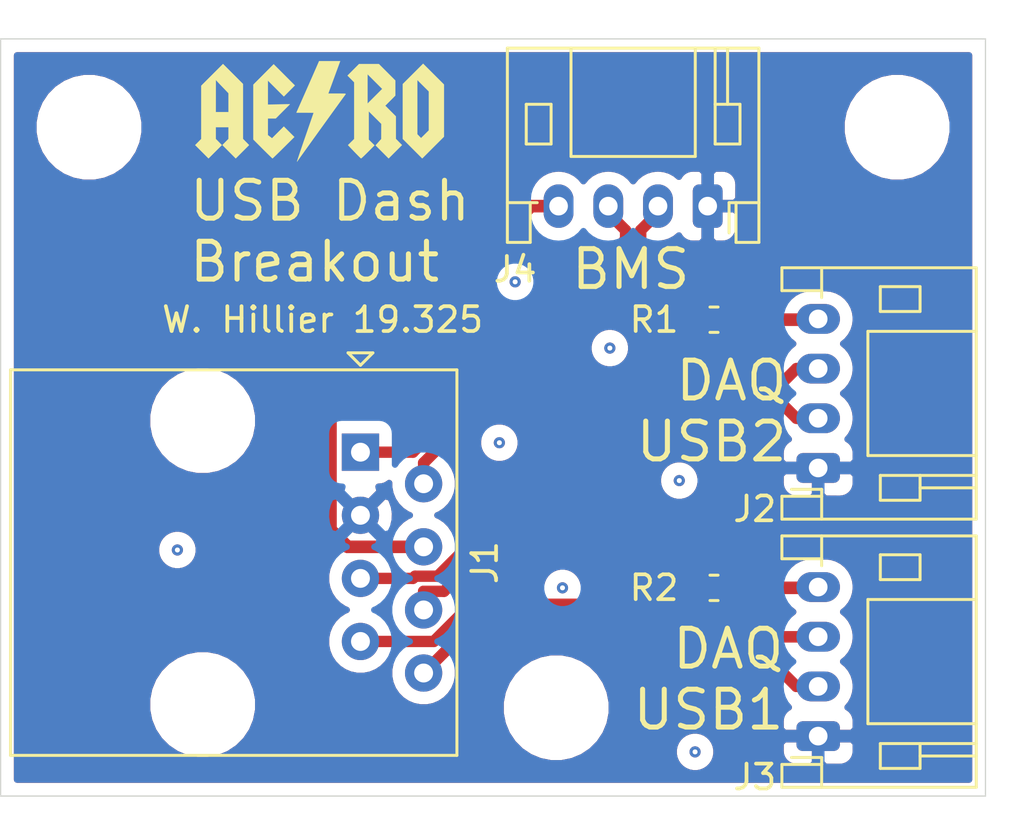
<source format=kicad_pcb>
(kicad_pcb (version 20171130) (host pcbnew 5.1.4-e60b266~84~ubuntu18.04.1)

  (general
    (thickness 1.6)
    (drawings 9)
    (tracks 53)
    (zones 0)
    (modules 10)
    (nets 11)
  )

  (page A4)
  (layers
    (0 F.Cu signal)
    (31 B.Cu signal)
    (32 B.Adhes user)
    (33 F.Adhes user)
    (34 B.Paste user)
    (35 F.Paste user)
    (36 B.SilkS user)
    (37 F.SilkS user)
    (38 B.Mask user)
    (39 F.Mask user)
    (40 Dwgs.User user)
    (41 Cmts.User user)
    (42 Eco1.User user)
    (43 Eco2.User user)
    (44 Edge.Cuts user)
    (45 Margin user)
    (46 B.CrtYd user)
    (47 F.CrtYd user)
    (48 B.Fab user)
    (49 F.Fab user)
  )

  (setup
    (last_trace_width 0.2032)
    (user_trace_width 0.2032)
    (user_trace_width 0.254)
    (user_trace_width 0.3048)
    (user_trace_width 0.381)
    (user_trace_width 0.635)
    (user_trace_width 1.27)
    (trace_clearance 0.2032)
    (zone_clearance 0.508)
    (zone_45_only no)
    (trace_min 0.2)
    (via_size 0.45)
    (via_drill 0.2)
    (via_min_size 0.45)
    (via_min_drill 0.2)
    (uvia_size 0.3)
    (uvia_drill 0.1)
    (uvias_allowed no)
    (uvia_min_size 0.2)
    (uvia_min_drill 0.1)
    (edge_width 0.05)
    (segment_width 0.2)
    (pcb_text_width 0.3)
    (pcb_text_size 1.5 1.5)
    (mod_edge_width 0.12)
    (mod_text_size 1 1)
    (mod_text_width 0.15)
    (pad_size 1.524 1.524)
    (pad_drill 0.762)
    (pad_to_mask_clearance 0.051)
    (solder_mask_min_width 0.25)
    (aux_axis_origin 0 0)
    (visible_elements FFFFFF7F)
    (pcbplotparams
      (layerselection 0x010fc_ffffffff)
      (usegerberextensions false)
      (usegerberattributes false)
      (usegerberadvancedattributes false)
      (creategerberjobfile false)
      (excludeedgelayer true)
      (linewidth 0.100000)
      (plotframeref false)
      (viasonmask false)
      (mode 1)
      (useauxorigin false)
      (hpglpennumber 1)
      (hpglpenspeed 20)
      (hpglpendiameter 15.000000)
      (psnegative false)
      (psa4output false)
      (plotreference true)
      (plotvalue true)
      (plotinvisibletext false)
      (padsonsilk false)
      (subtractmaskfromsilk false)
      (outputformat 1)
      (mirror false)
      (drillshape 0)
      (scaleselection 1)
      (outputdirectory "gerbers/"))
  )

  (net 0 "")
  (net 1 /BMS_USB+)
  (net 2 /BMS_USB-)
  (net 3 GND)
  (net 4 /BMS_VBUS)
  (net 5 /DAQ_USB2-)
  (net 6 /DAQ_USB2+)
  (net 7 /DAQ_USB1+)
  (net 8 /DAQ_USB1-)
  (net 9 "Net-(J2-Pad4)")
  (net 10 "Net-(J3-Pad4)")

  (net_class Default "This is the default net class."
    (clearance 0.2032)
    (trace_width 0.2032)
    (via_dia 0.45)
    (via_drill 0.2)
    (uvia_dia 0.3)
    (uvia_drill 0.1)
    (add_net GND)
  )

  (net_class Power ""
    (clearance 0.2032)
    (trace_width 0.508)
    (via_dia 0.8)
    (via_drill 0.4)
    (uvia_dia 0.3)
    (uvia_drill 0.1)
    (add_net /BMS_VBUS)
    (add_net "Net-(J2-Pad4)")
    (add_net "Net-(J3-Pad4)")
  )

  (net_class USB ""
    (clearance 0.1524)
    (trace_width 0.4572)
    (via_dia 0.8)
    (via_drill 0.4)
    (uvia_dia 0.3)
    (uvia_drill 0.1)
    (diff_pair_width 0.4572)
    (diff_pair_gap 0.1524)
    (add_net /BMS_USB+)
    (add_net /BMS_USB-)
    (add_net /DAQ_USB1+)
    (add_net /DAQ_USB1-)
    (add_net /DAQ_USB2+)
    (add_net /DAQ_USB2-)
  )

  (net_class VGA ""
    (clearance 0.1778)
    (trace_width 0.2032)
    (via_dia 0.8)
    (via_drill 0.4)
    (uvia_dia 0.3)
    (uvia_drill 0.1)
  )

  (module AERO-footprints:AERO_Logo_10x4mm (layer F.Cu) (tedit 0) (tstamp 5DD74486)
    (at 120.904 64.389)
    (fp_text reference G*** (at 0 0) (layer F.SilkS) hide
      (effects (font (size 1.524 1.524) (thickness 0.3)))
    )
    (fp_text value LOGO (at 0.75 0) (layer F.SilkS) hide
      (effects (font (size 1.524 1.524) (thickness 0.3)))
    )
    (fp_poly (pts (xy 4.590646 -1.503024) (xy 5.010092 -1.084064) (xy 5.010092 1.01413) (xy 4.135758 1.887556)
      (xy 3.745677 1.496968) (xy 3.355597 1.106381) (xy 3.355597 0.91824) (xy 3.938166 0.91824)
      (xy 4.012973 0.995422) (xy 4.087781 1.072604) (xy 4.246001 0.915597) (xy 4.404221 0.758589)
      (xy 4.404221 -0.804819) (xy 4.171193 -1.036973) (xy 3.938166 -1.269126) (xy 3.938166 0.91824)
      (xy 3.355597 0.91824) (xy 3.355597 -1.10738) (xy 3.763398 -1.514682) (xy 4.1712 -1.921985)
      (xy 4.590646 -1.503024)) (layer F.SilkS) (width 0.01))
    (fp_poly (pts (xy 3.052661 -1.246114) (xy 3.052661 -0.641748) (xy 2.645809 -0.233002) (xy 2.860886 -0.017026)
      (xy 3.075964 0.198949) (xy 3.075964 1.105415) (xy 3.197841 1.228826) (xy 3.319719 1.352236)
      (xy 3.051947 1.620008) (xy 2.784175 1.887779) (xy 2.261465 1.363211) (xy 2.491377 1.106881)
      (xy 2.492386 0.803547) (xy 2.493395 0.500214) (xy 2.237065 0.244679) (xy 1.980734 -0.010857)
      (xy 1.980734 1.131935) (xy 2.097505 1.246951) (xy 2.214276 1.361966) (xy 1.952243 1.624744)
      (xy 1.862409 1.713933) (xy 1.783925 1.790151) (xy 1.722682 1.847811) (xy 1.684576 1.881323)
      (xy 1.675144 1.887523) (xy 1.654733 1.87152) (xy 1.608141 1.827324) (xy 1.541156 1.760657)
      (xy 1.459566 1.677241) (xy 1.405051 1.620528) (xy 1.150023 1.353533) (xy 1.274094 1.231003)
      (xy 1.398166 1.108473) (xy 1.398166 -0.314816) (xy 1.934129 -0.314816) (xy 2.231125 -0.611812)
      (xy 2.528121 -0.908807) (xy 1.934129 -1.502799) (xy 1.934129 -0.314816) (xy 1.398166 -0.314816)
      (xy 1.398166 -1.175438) (xy 1.264759 -1.310251) (xy 1.131352 -1.445065) (xy 1.363358 -1.677945)
      (xy 1.595365 -1.910826) (xy 2.389135 -1.910826) (xy 3.052661 -1.246114)) (layer F.SilkS) (width 0.01))
    (fp_poly (pts (xy -1.416608 -1.47486) (xy -0.991063 -1.048849) (xy -1.21171 -0.827281) (xy -1.432356 -0.605713)
      (xy -2.073944 -1.246073) (xy -2.073944 -0.277684) (xy -1.189008 -0.291284) (xy -1.473833 -0.005826)
      (xy -1.758658 0.279633) (xy -2.073944 0.279633) (xy -2.073944 0.953041) (xy -1.990882 1.016396)
      (xy -1.90782 1.07975) (xy -1.432564 0.606112) (xy -1.01212 1.026556) (xy -1.444776 1.457039)
      (xy -1.561006 1.57228) (xy -1.666275 1.675877) (xy -1.75613 1.763512) (xy -1.82612 1.830866)
      (xy -1.871792 1.873621) (xy -1.888568 1.887523) (xy -1.907491 1.871751) (xy -1.954481 1.827522)
      (xy -2.024781 1.759462) (xy -2.113633 1.672199) (xy -2.21628 1.570361) (xy -2.278108 1.508596)
      (xy -2.656513 1.129669) (xy -2.656513 -1.081938) (xy -2.249333 -1.491404) (xy -1.842152 -1.900871)
      (xy -1.416608 -1.47486)) (layer F.SilkS) (width 0.01))
    (fp_poly (pts (xy -3.477698 -1.508623) (xy -3.075963 -1.106395) (xy -3.075963 1.105415) (xy -2.954085 1.228826)
      (xy -2.832208 1.352236) (xy -3.09998 1.620008) (xy -3.367752 1.887779) (xy -3.902032 1.351979)
      (xy -3.658532 1.105415) (xy -3.658532 0.629174) (xy -4.171192 0.629174) (xy -4.171192 1.105415)
      (xy -4.049315 1.228826) (xy -3.927437 1.352236) (xy -4.195209 1.620008) (xy -4.462981 1.887779)
      (xy -4.997261 1.351979) (xy -4.753761 1.105415) (xy -4.753761 0.023303) (xy -4.171192 0.023303)
      (xy -3.658532 0.023303) (xy -3.658532 -0.735332) (xy -3.913681 -1.002666) (xy -4.168831 -1.27)
      (xy -4.170011 -0.623349) (xy -4.171192 0.023303) (xy -4.753761 0.023303) (xy -4.753761 -1.037433)
      (xy -4.316597 -1.474142) (xy -3.879434 -1.910851) (xy -3.477698 -1.508623)) (layer F.SilkS) (width 0.01))
    (fp_poly (pts (xy 0.594221 -1.374862) (xy 0.354968 -0.722385) (xy 0.717059 -0.722385) (xy 0.853644 -0.722106)
      (xy 0.949683 -0.720764) (xy 1.011233 -0.717601) (xy 1.044352 -0.711857) (xy 1.055098 -0.702775)
      (xy 1.049529 -0.689597) (xy 1.04285 -0.681606) (xy 1.024199 -0.657081) (xy 0.981096 -0.598426)
      (xy 0.91624 -0.509389) (xy 0.83233 -0.39372) (xy 0.732061 -0.25517) (xy 0.618134 -0.097489)
      (xy 0.493246 0.075575) (xy 0.360094 0.26027) (xy 0.221378 0.452846) (xy 0.079794 0.649555)
      (xy -0.061959 0.846645) (xy -0.201183 1.040368) (xy -0.33518 1.226972) (xy -0.461252 1.402708)
      (xy -0.576701 1.563827) (xy -0.67883 1.706578) (xy -0.764939 1.827211) (xy -0.832331 1.921976)
      (xy -0.878309 1.987123) (xy -0.900173 2.018903) (xy -0.900652 2.019655) (xy -0.898812 2.007273)
      (xy -0.882983 1.955011) (xy -0.854541 1.86699) (xy -0.814862 1.74733) (xy -0.765324 1.600151)
      (xy -0.707302 1.429575) (xy -0.642173 1.23972) (xy -0.580239 1.060454) (xy -0.509049 0.854915)
      (xy -0.442772 0.663314) (xy -0.382925 0.490054) (xy -0.331024 0.33954) (xy -0.288589 0.216175)
      (xy -0.257135 0.124363) (xy -0.23818 0.068509) (xy -0.233027 0.05261) (xy -0.254981 0.050511)
      (xy -0.315447 0.048732) (xy -0.406333 0.047414) (xy -0.519545 0.046696) (xy -0.579325 0.046605)
      (xy -0.925622 0.046605) (xy -0.665354 -0.541789) (xy -0.583068 -0.727996) (xy -0.494257 -0.929277)
      (xy -0.404488 -1.132995) (xy -0.319327 -1.326516) (xy -0.244339 -1.497202) (xy -0.208576 -1.578762)
      (xy -0.012066 -2.027339) (xy 0.833473 -2.027339) (xy 0.594221 -1.374862)) (layer F.SilkS) (width 0.01))
  )

  (module MountingHole:MountingHole_3.2mm_M3 (layer F.Cu) (tedit 56D1B4CB) (tstamp 5DD73EF3)
    (at 130.429 88.392)
    (descr "Mounting Hole 3.2mm, no annular, M3")
    (tags "mounting hole 3.2mm no annular m3")
    (path /5DD9B990)
    (attr virtual)
    (fp_text reference H3 (at -0.127 0.127) (layer F.SilkS)
      (effects (font (size 1 1) (thickness 0.15)))
    )
    (fp_text value M3 (at 0 4.2) (layer F.Fab)
      (effects (font (size 1 1) (thickness 0.15)))
    )
    (fp_circle (center 0 0) (end 3.45 0) (layer F.CrtYd) (width 0.05))
    (fp_circle (center 0 0) (end 3.2 0) (layer Cmts.User) (width 0.15))
    (fp_text user %R (at 0.3 0) (layer F.Fab)
      (effects (font (size 1 1) (thickness 0.15)))
    )
    (pad 1 np_thru_hole circle (at 0 0) (size 3.2 3.2) (drill 3.2) (layers *.Cu *.Mask))
  )

  (module MountingHole:MountingHole_3.2mm_M3 (layer F.Cu) (tedit 56D1B4CB) (tstamp 5DD73EEB)
    (at 111.633 65.024)
    (descr "Mounting Hole 3.2mm, no annular, M3")
    (tags "mounting hole 3.2mm no annular m3")
    (path /5DD9B6BD)
    (attr virtual)
    (fp_text reference H2 (at 0 -0.127) (layer F.SilkS)
      (effects (font (size 1 1) (thickness 0.15)))
    )
    (fp_text value M3 (at 0 4.2) (layer F.Fab)
      (effects (font (size 1 1) (thickness 0.15)))
    )
    (fp_circle (center 0 0) (end 3.45 0) (layer F.CrtYd) (width 0.05))
    (fp_circle (center 0 0) (end 3.2 0) (layer Cmts.User) (width 0.15))
    (fp_text user %R (at 0.3 0) (layer F.Fab)
      (effects (font (size 1 1) (thickness 0.15)))
    )
    (pad 1 np_thru_hole circle (at 0 0) (size 3.2 3.2) (drill 3.2) (layers *.Cu *.Mask))
  )

  (module MountingHole:MountingHole_3.2mm_M3 (layer F.Cu) (tedit 56D1B4CB) (tstamp 5DD73EE3)
    (at 144.145 65.024)
    (descr "Mounting Hole 3.2mm, no annular, M3")
    (tags "mounting hole 3.2mm no annular m3")
    (path /5DD9B0F7)
    (attr virtual)
    (fp_text reference H1 (at 0 0) (layer F.SilkS)
      (effects (font (size 1 1) (thickness 0.15)))
    )
    (fp_text value M3 (at 0 4.2) (layer F.Fab)
      (effects (font (size 1 1) (thickness 0.15)))
    )
    (fp_circle (center 0 0) (end 3.45 0) (layer F.CrtYd) (width 0.05))
    (fp_circle (center 0 0) (end 3.2 0) (layer Cmts.User) (width 0.15))
    (fp_text user %R (at 0.3 0) (layer F.Fab)
      (effects (font (size 1 1) (thickness 0.15)))
    )
    (pad 1 np_thru_hole circle (at 0 0) (size 3.2 3.2) (drill 3.2) (layers *.Cu *.Mask))
  )

  (module Resistor_SMD:R_0603_1608Metric (layer F.Cu) (tedit 5B301BBD) (tstamp 5DD72F64)
    (at 136.779 83.566 180)
    (descr "Resistor SMD 0603 (1608 Metric), square (rectangular) end terminal, IPC_7351 nominal, (Body size source: http://www.tortai-tech.com/upload/download/2011102023233369053.pdf), generated with kicad-footprint-generator")
    (tags resistor)
    (path /5DD7F99B)
    (attr smd)
    (fp_text reference R2 (at 2.413 0) (layer F.SilkS)
      (effects (font (size 1 1) (thickness 0.15)))
    )
    (fp_text value PWR_DET (at 0 1.43) (layer F.Fab)
      (effects (font (size 1 1) (thickness 0.15)))
    )
    (fp_text user %R (at 0 0) (layer F.Fab)
      (effects (font (size 0.4 0.4) (thickness 0.06)))
    )
    (fp_line (start 1.48 0.73) (end -1.48 0.73) (layer F.CrtYd) (width 0.05))
    (fp_line (start 1.48 -0.73) (end 1.48 0.73) (layer F.CrtYd) (width 0.05))
    (fp_line (start -1.48 -0.73) (end 1.48 -0.73) (layer F.CrtYd) (width 0.05))
    (fp_line (start -1.48 0.73) (end -1.48 -0.73) (layer F.CrtYd) (width 0.05))
    (fp_line (start -0.162779 0.51) (end 0.162779 0.51) (layer F.SilkS) (width 0.12))
    (fp_line (start -0.162779 -0.51) (end 0.162779 -0.51) (layer F.SilkS) (width 0.12))
    (fp_line (start 0.8 0.4) (end -0.8 0.4) (layer F.Fab) (width 0.1))
    (fp_line (start 0.8 -0.4) (end 0.8 0.4) (layer F.Fab) (width 0.1))
    (fp_line (start -0.8 -0.4) (end 0.8 -0.4) (layer F.Fab) (width 0.1))
    (fp_line (start -0.8 0.4) (end -0.8 -0.4) (layer F.Fab) (width 0.1))
    (pad 2 smd roundrect (at 0.7875 0 180) (size 0.875 0.95) (layers F.Cu F.Paste F.Mask) (roundrect_rratio 0.25)
      (net 3 GND))
    (pad 1 smd roundrect (at -0.7875 0 180) (size 0.875 0.95) (layers F.Cu F.Paste F.Mask) (roundrect_rratio 0.25)
      (net 10 "Net-(J3-Pad4)"))
    (model ${KISYS3DMOD}/Resistor_SMD.3dshapes/R_0603_1608Metric.wrl
      (at (xyz 0 0 0))
      (scale (xyz 1 1 1))
      (rotate (xyz 0 0 0))
    )
  )

  (module Resistor_SMD:R_0603_1608Metric (layer F.Cu) (tedit 5B301BBD) (tstamp 5DD72F53)
    (at 136.779 72.771 180)
    (descr "Resistor SMD 0603 (1608 Metric), square (rectangular) end terminal, IPC_7351 nominal, (Body size source: http://www.tortai-tech.com/upload/download/2011102023233369053.pdf), generated with kicad-footprint-generator")
    (tags resistor)
    (path /5DD7F3B6)
    (attr smd)
    (fp_text reference R1 (at 2.413 0) (layer F.SilkS)
      (effects (font (size 1 1) (thickness 0.15)))
    )
    (fp_text value PWR_DET (at 0 1.43) (layer F.Fab)
      (effects (font (size 1 1) (thickness 0.15)))
    )
    (fp_text user %R (at 0 0) (layer F.Fab)
      (effects (font (size 0.4 0.4) (thickness 0.06)))
    )
    (fp_line (start 1.48 0.73) (end -1.48 0.73) (layer F.CrtYd) (width 0.05))
    (fp_line (start 1.48 -0.73) (end 1.48 0.73) (layer F.CrtYd) (width 0.05))
    (fp_line (start -1.48 -0.73) (end 1.48 -0.73) (layer F.CrtYd) (width 0.05))
    (fp_line (start -1.48 0.73) (end -1.48 -0.73) (layer F.CrtYd) (width 0.05))
    (fp_line (start -0.162779 0.51) (end 0.162779 0.51) (layer F.SilkS) (width 0.12))
    (fp_line (start -0.162779 -0.51) (end 0.162779 -0.51) (layer F.SilkS) (width 0.12))
    (fp_line (start 0.8 0.4) (end -0.8 0.4) (layer F.Fab) (width 0.1))
    (fp_line (start 0.8 -0.4) (end 0.8 0.4) (layer F.Fab) (width 0.1))
    (fp_line (start -0.8 -0.4) (end 0.8 -0.4) (layer F.Fab) (width 0.1))
    (fp_line (start -0.8 0.4) (end -0.8 -0.4) (layer F.Fab) (width 0.1))
    (pad 2 smd roundrect (at 0.7875 0 180) (size 0.875 0.95) (layers F.Cu F.Paste F.Mask) (roundrect_rratio 0.25)
      (net 3 GND))
    (pad 1 smd roundrect (at -0.7875 0 180) (size 0.875 0.95) (layers F.Cu F.Paste F.Mask) (roundrect_rratio 0.25)
      (net 9 "Net-(J2-Pad4)"))
    (model ${KISYS3DMOD}/Resistor_SMD.3dshapes/R_0603_1608Metric.wrl
      (at (xyz 0 0 0))
      (scale (xyz 1 1 1))
      (rotate (xyz 0 0 0))
    )
  )

  (module Connector_JST:JST_PH_S4B-PH-K_1x04_P2.00mm_Horizontal (layer F.Cu) (tedit 5B7745C6) (tstamp 5DD72F42)
    (at 136.525 68.199 180)
    (descr "JST PH series connector, S4B-PH-K (http://www.jst-mfg.com/product/pdf/eng/ePH.pdf), generated with kicad-footprint-generator")
    (tags "connector JST PH top entry")
    (path /5DD6F889)
    (fp_text reference J4 (at 7.747 -2.55) (layer F.SilkS)
      (effects (font (size 1 1) (thickness 0.15)))
    )
    (fp_text value BMS (at 3 7.45) (layer F.Fab)
      (effects (font (size 1 1) (thickness 0.15)))
    )
    (fp_text user %R (at 3 2.5) (layer F.Fab)
      (effects (font (size 1 1) (thickness 0.15)))
    )
    (fp_line (start 0.5 1.375) (end 0 0.875) (layer F.Fab) (width 0.1))
    (fp_line (start -0.5 1.375) (end 0.5 1.375) (layer F.Fab) (width 0.1))
    (fp_line (start 0 0.875) (end -0.5 1.375) (layer F.Fab) (width 0.1))
    (fp_line (start -0.86 0.14) (end -0.86 -1.075) (layer F.SilkS) (width 0.12))
    (fp_line (start 7.25 0.25) (end -1.25 0.25) (layer F.Fab) (width 0.1))
    (fp_line (start 7.25 -1.35) (end 7.25 0.25) (layer F.Fab) (width 0.1))
    (fp_line (start 7.95 -1.35) (end 7.25 -1.35) (layer F.Fab) (width 0.1))
    (fp_line (start 7.95 6.25) (end 7.95 -1.35) (layer F.Fab) (width 0.1))
    (fp_line (start -1.95 6.25) (end 7.95 6.25) (layer F.Fab) (width 0.1))
    (fp_line (start -1.95 -1.35) (end -1.95 6.25) (layer F.Fab) (width 0.1))
    (fp_line (start -1.25 -1.35) (end -1.95 -1.35) (layer F.Fab) (width 0.1))
    (fp_line (start -1.25 0.25) (end -1.25 -1.35) (layer F.Fab) (width 0.1))
    (fp_line (start 8.45 -1.85) (end -2.45 -1.85) (layer F.CrtYd) (width 0.05))
    (fp_line (start 8.45 6.75) (end 8.45 -1.85) (layer F.CrtYd) (width 0.05))
    (fp_line (start -2.45 6.75) (end 8.45 6.75) (layer F.CrtYd) (width 0.05))
    (fp_line (start -2.45 -1.85) (end -2.45 6.75) (layer F.CrtYd) (width 0.05))
    (fp_line (start -0.8 4.1) (end -0.8 6.36) (layer F.SilkS) (width 0.12))
    (fp_line (start -0.3 4.1) (end -0.3 6.36) (layer F.SilkS) (width 0.12))
    (fp_line (start 6.3 2.5) (end 7.3 2.5) (layer F.SilkS) (width 0.12))
    (fp_line (start 6.3 4.1) (end 6.3 2.5) (layer F.SilkS) (width 0.12))
    (fp_line (start 7.3 4.1) (end 6.3 4.1) (layer F.SilkS) (width 0.12))
    (fp_line (start 7.3 2.5) (end 7.3 4.1) (layer F.SilkS) (width 0.12))
    (fp_line (start -0.3 2.5) (end -1.3 2.5) (layer F.SilkS) (width 0.12))
    (fp_line (start -0.3 4.1) (end -0.3 2.5) (layer F.SilkS) (width 0.12))
    (fp_line (start -1.3 4.1) (end -0.3 4.1) (layer F.SilkS) (width 0.12))
    (fp_line (start -1.3 2.5) (end -1.3 4.1) (layer F.SilkS) (width 0.12))
    (fp_line (start 8.06 0.14) (end 7.14 0.14) (layer F.SilkS) (width 0.12))
    (fp_line (start -2.06 0.14) (end -1.14 0.14) (layer F.SilkS) (width 0.12))
    (fp_line (start 5.5 2) (end 5.5 6.36) (layer F.SilkS) (width 0.12))
    (fp_line (start 0.5 2) (end 5.5 2) (layer F.SilkS) (width 0.12))
    (fp_line (start 0.5 6.36) (end 0.5 2) (layer F.SilkS) (width 0.12))
    (fp_line (start 7.14 0.14) (end 6.86 0.14) (layer F.SilkS) (width 0.12))
    (fp_line (start 7.14 -1.46) (end 7.14 0.14) (layer F.SilkS) (width 0.12))
    (fp_line (start 8.06 -1.46) (end 7.14 -1.46) (layer F.SilkS) (width 0.12))
    (fp_line (start 8.06 6.36) (end 8.06 -1.46) (layer F.SilkS) (width 0.12))
    (fp_line (start -2.06 6.36) (end 8.06 6.36) (layer F.SilkS) (width 0.12))
    (fp_line (start -2.06 -1.46) (end -2.06 6.36) (layer F.SilkS) (width 0.12))
    (fp_line (start -1.14 -1.46) (end -2.06 -1.46) (layer F.SilkS) (width 0.12))
    (fp_line (start -1.14 0.14) (end -1.14 -1.46) (layer F.SilkS) (width 0.12))
    (fp_line (start -0.86 0.14) (end -1.14 0.14) (layer F.SilkS) (width 0.12))
    (pad 4 thru_hole oval (at 6 0 180) (size 1.2 1.75) (drill 0.75) (layers *.Cu *.Mask)
      (net 4 /BMS_VBUS))
    (pad 3 thru_hole oval (at 4 0 180) (size 1.2 1.75) (drill 0.75) (layers *.Cu *.Mask)
      (net 1 /BMS_USB+))
    (pad 2 thru_hole oval (at 2 0 180) (size 1.2 1.75) (drill 0.75) (layers *.Cu *.Mask)
      (net 2 /BMS_USB-))
    (pad 1 thru_hole roundrect (at 0 0 180) (size 1.2 1.75) (drill 0.75) (layers *.Cu *.Mask) (roundrect_rratio 0.208333)
      (net 3 GND))
    (model ${KISYS3DMOD}/Connector_JST.3dshapes/JST_PH_S4B-PH-K_1x04_P2.00mm_Horizontal.wrl
      (at (xyz 0 0 0))
      (scale (xyz 1 1 1))
      (rotate (xyz 0 0 0))
    )
  )

  (module Connector_JST:JST_PH_S4B-PH-K_1x04_P2.00mm_Horizontal (layer F.Cu) (tedit 5B7745C6) (tstamp 5DD72F11)
    (at 140.97 89.535 90)
    (descr "JST PH series connector, S4B-PH-K (http://www.jst-mfg.com/product/pdf/eng/ePH.pdf), generated with kicad-footprint-generator")
    (tags "connector JST PH top entry")
    (path /5DD70E08)
    (fp_text reference J3 (at -1.651 -2.55 180) (layer F.SilkS)
      (effects (font (size 1 1) (thickness 0.15)))
    )
    (fp_text value DAQ_USB1 (at 3 7.45 90) (layer F.Fab)
      (effects (font (size 1 1) (thickness 0.15)))
    )
    (fp_text user %R (at 3 2.5 90) (layer F.Fab)
      (effects (font (size 1 1) (thickness 0.15)))
    )
    (fp_line (start 0.5 1.375) (end 0 0.875) (layer F.Fab) (width 0.1))
    (fp_line (start -0.5 1.375) (end 0.5 1.375) (layer F.Fab) (width 0.1))
    (fp_line (start 0 0.875) (end -0.5 1.375) (layer F.Fab) (width 0.1))
    (fp_line (start -0.86 0.14) (end -0.86 -1.075) (layer F.SilkS) (width 0.12))
    (fp_line (start 7.25 0.25) (end -1.25 0.25) (layer F.Fab) (width 0.1))
    (fp_line (start 7.25 -1.35) (end 7.25 0.25) (layer F.Fab) (width 0.1))
    (fp_line (start 7.95 -1.35) (end 7.25 -1.35) (layer F.Fab) (width 0.1))
    (fp_line (start 7.95 6.25) (end 7.95 -1.35) (layer F.Fab) (width 0.1))
    (fp_line (start -1.95 6.25) (end 7.95 6.25) (layer F.Fab) (width 0.1))
    (fp_line (start -1.95 -1.35) (end -1.95 6.25) (layer F.Fab) (width 0.1))
    (fp_line (start -1.25 -1.35) (end -1.95 -1.35) (layer F.Fab) (width 0.1))
    (fp_line (start -1.25 0.25) (end -1.25 -1.35) (layer F.Fab) (width 0.1))
    (fp_line (start 8.45 -1.85) (end -2.45 -1.85) (layer F.CrtYd) (width 0.05))
    (fp_line (start 8.45 6.75) (end 8.45 -1.85) (layer F.CrtYd) (width 0.05))
    (fp_line (start -2.45 6.75) (end 8.45 6.75) (layer F.CrtYd) (width 0.05))
    (fp_line (start -2.45 -1.85) (end -2.45 6.75) (layer F.CrtYd) (width 0.05))
    (fp_line (start -0.8 4.1) (end -0.8 6.36) (layer F.SilkS) (width 0.12))
    (fp_line (start -0.3 4.1) (end -0.3 6.36) (layer F.SilkS) (width 0.12))
    (fp_line (start 6.3 2.5) (end 7.3 2.5) (layer F.SilkS) (width 0.12))
    (fp_line (start 6.3 4.1) (end 6.3 2.5) (layer F.SilkS) (width 0.12))
    (fp_line (start 7.3 4.1) (end 6.3 4.1) (layer F.SilkS) (width 0.12))
    (fp_line (start 7.3 2.5) (end 7.3 4.1) (layer F.SilkS) (width 0.12))
    (fp_line (start -0.3 2.5) (end -1.3 2.5) (layer F.SilkS) (width 0.12))
    (fp_line (start -0.3 4.1) (end -0.3 2.5) (layer F.SilkS) (width 0.12))
    (fp_line (start -1.3 4.1) (end -0.3 4.1) (layer F.SilkS) (width 0.12))
    (fp_line (start -1.3 2.5) (end -1.3 4.1) (layer F.SilkS) (width 0.12))
    (fp_line (start 8.06 0.14) (end 7.14 0.14) (layer F.SilkS) (width 0.12))
    (fp_line (start -2.06 0.14) (end -1.14 0.14) (layer F.SilkS) (width 0.12))
    (fp_line (start 5.5 2) (end 5.5 6.36) (layer F.SilkS) (width 0.12))
    (fp_line (start 0.5 2) (end 5.5 2) (layer F.SilkS) (width 0.12))
    (fp_line (start 0.5 6.36) (end 0.5 2) (layer F.SilkS) (width 0.12))
    (fp_line (start 7.14 0.14) (end 6.86 0.14) (layer F.SilkS) (width 0.12))
    (fp_line (start 7.14 -1.46) (end 7.14 0.14) (layer F.SilkS) (width 0.12))
    (fp_line (start 8.06 -1.46) (end 7.14 -1.46) (layer F.SilkS) (width 0.12))
    (fp_line (start 8.06 6.36) (end 8.06 -1.46) (layer F.SilkS) (width 0.12))
    (fp_line (start -2.06 6.36) (end 8.06 6.36) (layer F.SilkS) (width 0.12))
    (fp_line (start -2.06 -1.46) (end -2.06 6.36) (layer F.SilkS) (width 0.12))
    (fp_line (start -1.14 -1.46) (end -2.06 -1.46) (layer F.SilkS) (width 0.12))
    (fp_line (start -1.14 0.14) (end -1.14 -1.46) (layer F.SilkS) (width 0.12))
    (fp_line (start -0.86 0.14) (end -1.14 0.14) (layer F.SilkS) (width 0.12))
    (pad 4 thru_hole oval (at 6 0 90) (size 1.2 1.75) (drill 0.75) (layers *.Cu *.Mask)
      (net 10 "Net-(J3-Pad4)"))
    (pad 3 thru_hole oval (at 4 0 90) (size 1.2 1.75) (drill 0.75) (layers *.Cu *.Mask)
      (net 7 /DAQ_USB1+))
    (pad 2 thru_hole oval (at 2 0 90) (size 1.2 1.75) (drill 0.75) (layers *.Cu *.Mask)
      (net 8 /DAQ_USB1-))
    (pad 1 thru_hole roundrect (at 0 0 90) (size 1.2 1.75) (drill 0.75) (layers *.Cu *.Mask) (roundrect_rratio 0.208333)
      (net 3 GND))
    (model ${KISYS3DMOD}/Connector_JST.3dshapes/JST_PH_S4B-PH-K_1x04_P2.00mm_Horizontal.wrl
      (at (xyz 0 0 0))
      (scale (xyz 1 1 1))
      (rotate (xyz 0 0 0))
    )
  )

  (module Connector_JST:JST_PH_S4B-PH-K_1x04_P2.00mm_Horizontal (layer F.Cu) (tedit 5B7745C6) (tstamp 5DD72EE0)
    (at 140.97 78.74 90)
    (descr "JST PH series connector, S4B-PH-K (http://www.jst-mfg.com/product/pdf/eng/ePH.pdf), generated with kicad-footprint-generator")
    (tags "connector JST PH top entry")
    (path /5DD734ED)
    (fp_text reference J2 (at -1.651 -2.55 180) (layer F.SilkS)
      (effects (font (size 1 1) (thickness 0.15)))
    )
    (fp_text value DAQ_USB2 (at 3 7.45 90) (layer F.Fab)
      (effects (font (size 1 1) (thickness 0.15)))
    )
    (fp_text user %R (at 3 2.5 90) (layer F.Fab)
      (effects (font (size 1 1) (thickness 0.15)))
    )
    (fp_line (start 0.5 1.375) (end 0 0.875) (layer F.Fab) (width 0.1))
    (fp_line (start -0.5 1.375) (end 0.5 1.375) (layer F.Fab) (width 0.1))
    (fp_line (start 0 0.875) (end -0.5 1.375) (layer F.Fab) (width 0.1))
    (fp_line (start -0.86 0.14) (end -0.86 -1.075) (layer F.SilkS) (width 0.12))
    (fp_line (start 7.25 0.25) (end -1.25 0.25) (layer F.Fab) (width 0.1))
    (fp_line (start 7.25 -1.35) (end 7.25 0.25) (layer F.Fab) (width 0.1))
    (fp_line (start 7.95 -1.35) (end 7.25 -1.35) (layer F.Fab) (width 0.1))
    (fp_line (start 7.95 6.25) (end 7.95 -1.35) (layer F.Fab) (width 0.1))
    (fp_line (start -1.95 6.25) (end 7.95 6.25) (layer F.Fab) (width 0.1))
    (fp_line (start -1.95 -1.35) (end -1.95 6.25) (layer F.Fab) (width 0.1))
    (fp_line (start -1.25 -1.35) (end -1.95 -1.35) (layer F.Fab) (width 0.1))
    (fp_line (start -1.25 0.25) (end -1.25 -1.35) (layer F.Fab) (width 0.1))
    (fp_line (start 8.45 -1.85) (end -2.45 -1.85) (layer F.CrtYd) (width 0.05))
    (fp_line (start 8.45 6.75) (end 8.45 -1.85) (layer F.CrtYd) (width 0.05))
    (fp_line (start -2.45 6.75) (end 8.45 6.75) (layer F.CrtYd) (width 0.05))
    (fp_line (start -2.45 -1.85) (end -2.45 6.75) (layer F.CrtYd) (width 0.05))
    (fp_line (start -0.8 4.1) (end -0.8 6.36) (layer F.SilkS) (width 0.12))
    (fp_line (start -0.3 4.1) (end -0.3 6.36) (layer F.SilkS) (width 0.12))
    (fp_line (start 6.3 2.5) (end 7.3 2.5) (layer F.SilkS) (width 0.12))
    (fp_line (start 6.3 4.1) (end 6.3 2.5) (layer F.SilkS) (width 0.12))
    (fp_line (start 7.3 4.1) (end 6.3 4.1) (layer F.SilkS) (width 0.12))
    (fp_line (start 7.3 2.5) (end 7.3 4.1) (layer F.SilkS) (width 0.12))
    (fp_line (start -0.3 2.5) (end -1.3 2.5) (layer F.SilkS) (width 0.12))
    (fp_line (start -0.3 4.1) (end -0.3 2.5) (layer F.SilkS) (width 0.12))
    (fp_line (start -1.3 4.1) (end -0.3 4.1) (layer F.SilkS) (width 0.12))
    (fp_line (start -1.3 2.5) (end -1.3 4.1) (layer F.SilkS) (width 0.12))
    (fp_line (start 8.06 0.14) (end 7.14 0.14) (layer F.SilkS) (width 0.12))
    (fp_line (start -2.06 0.14) (end -1.14 0.14) (layer F.SilkS) (width 0.12))
    (fp_line (start 5.5 2) (end 5.5 6.36) (layer F.SilkS) (width 0.12))
    (fp_line (start 0.5 2) (end 5.5 2) (layer F.SilkS) (width 0.12))
    (fp_line (start 0.5 6.36) (end 0.5 2) (layer F.SilkS) (width 0.12))
    (fp_line (start 7.14 0.14) (end 6.86 0.14) (layer F.SilkS) (width 0.12))
    (fp_line (start 7.14 -1.46) (end 7.14 0.14) (layer F.SilkS) (width 0.12))
    (fp_line (start 8.06 -1.46) (end 7.14 -1.46) (layer F.SilkS) (width 0.12))
    (fp_line (start 8.06 6.36) (end 8.06 -1.46) (layer F.SilkS) (width 0.12))
    (fp_line (start -2.06 6.36) (end 8.06 6.36) (layer F.SilkS) (width 0.12))
    (fp_line (start -2.06 -1.46) (end -2.06 6.36) (layer F.SilkS) (width 0.12))
    (fp_line (start -1.14 -1.46) (end -2.06 -1.46) (layer F.SilkS) (width 0.12))
    (fp_line (start -1.14 0.14) (end -1.14 -1.46) (layer F.SilkS) (width 0.12))
    (fp_line (start -0.86 0.14) (end -1.14 0.14) (layer F.SilkS) (width 0.12))
    (pad 4 thru_hole oval (at 6 0 90) (size 1.2 1.75) (drill 0.75) (layers *.Cu *.Mask)
      (net 9 "Net-(J2-Pad4)"))
    (pad 3 thru_hole oval (at 4 0 90) (size 1.2 1.75) (drill 0.75) (layers *.Cu *.Mask)
      (net 5 /DAQ_USB2-))
    (pad 2 thru_hole oval (at 2 0 90) (size 1.2 1.75) (drill 0.75) (layers *.Cu *.Mask)
      (net 6 /DAQ_USB2+))
    (pad 1 thru_hole roundrect (at 0 0 90) (size 1.2 1.75) (drill 0.75) (layers *.Cu *.Mask) (roundrect_rratio 0.208333)
      (net 3 GND))
    (model ${KISYS3DMOD}/Connector_JST.3dshapes/JST_PH_S4B-PH-K_1x04_P2.00mm_Horizontal.wrl
      (at (xyz 0 0 0))
      (scale (xyz 1 1 1))
      (rotate (xyz 0 0 0))
    )
  )

  (module AERO-footprints:RJ45_Amphenol_54602-x08_Horizontal (layer F.Cu) (tedit 5DC974F3) (tstamp 5DD72EAF)
    (at 122.555 78.105 270)
    (descr "8 Pol Shallow Latch Connector, Modjack, RJ45 (https://cdn.amphenol-icc.com/media/wysiwyg/files/drawing/c-bmj-0102.pdf)")
    (tags RJ45)
    (path /5DD6D50A)
    (fp_text reference J1 (at 4.445 -5 90) (layer F.SilkS)
      (effects (font (size 1 1) (thickness 0.15)))
    )
    (fp_text value RJ45 (at 4.445 4 90) (layer F.Fab)
      (effects (font (size 1 1) (thickness 0.15)))
    )
    (fp_text user %R (at 4.445 2 90) (layer F.Fab)
      (effects (font (size 1 1) (thickness 0.15)))
    )
    (fp_line (start -4 0.5) (end -3.5 0) (layer F.SilkS) (width 0.12))
    (fp_line (start -4 -0.5) (end -4 0.5) (layer F.SilkS) (width 0.12))
    (fp_line (start -3.5 0) (end -4 -0.5) (layer F.SilkS) (width 0.12))
    (fp_line (start -3.205 13.97) (end -3.205 -2.77) (layer F.Fab) (width 0.12))
    (fp_line (start 12.095 13.97) (end -3.205 13.97) (layer F.Fab) (width 0.12))
    (fp_line (start 12.095 -3.77) (end 12.095 13.97) (layer F.Fab) (width 0.12))
    (fp_line (start -2.205 -3.77) (end 12.095 -3.77) (layer F.Fab) (width 0.12))
    (fp_line (start -3.205 -2.77) (end -2.205 -3.77) (layer F.Fab) (width 0.12))
    (fp_line (start -3.315 14.08) (end 12.205 14.08) (layer F.SilkS) (width 0.12))
    (fp_line (start 12.205 -3.88) (end 12.205 14.08) (layer F.SilkS) (width 0.12))
    (fp_line (start 12.205 -3.88) (end -3.315 -3.88) (layer F.SilkS) (width 0.12))
    (fp_line (start -3.315 -3.88) (end -3.315 14.08) (layer F.SilkS) (width 0.12))
    (fp_line (start -3.71 -4.27) (end 12.6 -4.27) (layer F.CrtYd) (width 0.05))
    (fp_line (start -3.71 -4.27) (end -3.71 14.47) (layer F.CrtYd) (width 0.05))
    (fp_line (start 12.6 14.47) (end 12.6 -4.27) (layer F.CrtYd) (width 0.05))
    (fp_line (start 12.6 14.47) (end -3.71 14.47) (layer F.CrtYd) (width 0.05))
    (pad "" np_thru_hole circle (at 10.16 6.35 270) (size 3.2 3.2) (drill 3.2) (layers *.Cu *.Mask))
    (pad "" np_thru_hole circle (at -1.27 6.35 270) (size 3.2 3.2) (drill 3.2) (layers *.Cu *.Mask))
    (pad 1 thru_hole rect (at 0 0 270) (size 1.5 1.5) (drill 0.76) (layers *.Cu *.Mask)
      (net 1 /BMS_USB+))
    (pad 2 thru_hole circle (at 1.27 -2.54 270) (size 1.5 1.5) (drill 0.76) (layers *.Cu *.Mask)
      (net 2 /BMS_USB-))
    (pad 3 thru_hole circle (at 2.54 0 270) (size 1.5 1.5) (drill 0.76) (layers *.Cu *.Mask)
      (net 3 GND))
    (pad 4 thru_hole circle (at 3.81 -2.54 270) (size 1.5 1.5) (drill 0.76) (layers *.Cu *.Mask)
      (net 4 /BMS_VBUS))
    (pad 5 thru_hole circle (at 5.08 0 270) (size 1.5 1.5) (drill 0.76) (layers *.Cu *.Mask)
      (net 5 /DAQ_USB2-))
    (pad 6 thru_hole circle (at 6.35 -2.54 270) (size 1.5 1.5) (drill 0.76) (layers *.Cu *.Mask)
      (net 6 /DAQ_USB2+))
    (pad 7 thru_hole circle (at 7.62 0 270) (size 1.5 1.5) (drill 0.76) (layers *.Cu *.Mask)
      (net 7 /DAQ_USB1+))
    (pad 8 thru_hole circle (at 8.89 -2.54 270) (size 1.5 1.5) (drill 0.76) (layers *.Cu *.Mask)
      (net 8 /DAQ_USB1-))
    (model ${AERO_3D}/54602-908LF--3DModel-STEP-56544.STEP
      (offset (xyz 4.45 -13.98 6))
      (scale (xyz 1 1 1))
      (rotate (xyz -90 0 0))
    )
  )

  (gr_text "DAQ\nUSB1" (at 139.7 87.249) (layer F.SilkS) (tstamp 5DD7495A)
    (effects (font (size 1.524 1.524) (thickness 0.2032)) (justify right))
  )
  (gr_text "DAQ\nUSB2" (at 139.827 76.454) (layer F.SilkS) (tstamp 5DD748C3)
    (effects (font (size 1.524 1.524) (thickness 0.2032)) (justify right))
  )
  (gr_text BMS (at 130.937 70.739) (layer F.SilkS) (tstamp 5DD74701)
    (effects (font (size 1.524 1.524) (thickness 0.2032)) (justify left))
  )
  (gr_text "W. Hillier 19.325" (at 121.031 72.771) (layer F.SilkS)
    (effects (font (size 1 1) (thickness 0.15)))
  )
  (gr_text "USB Dash\nBreakout" (at 115.57 69.215) (layer F.SilkS)
    (effects (font (size 1.524 1.524) (thickness 0.2032)) (justify left))
  )
  (gr_line (start 147.701 61.468) (end 147.701 91.948) (layer Edge.Cuts) (width 0.05) (tstamp 5DD73BEC))
  (gr_line (start 108.077 61.468) (end 147.701 61.468) (layer Edge.Cuts) (width 0.05))
  (gr_line (start 108.077 91.948) (end 108.077 61.468) (layer Edge.Cuts) (width 0.05))
  (gr_line (start 147.701 91.948) (end 108.077 91.948) (layer Edge.Cuts) (width 0.05))

  (via (at 135.382 79.248) (size 0.45) (drill 0.2) (layers F.Cu B.Cu) (net 0))
  (via (at 130.683 83.566) (size 0.45) (drill 0.2) (layers F.Cu B.Cu) (net 0))
  (via (at 128.143 77.724) (size 0.45) (drill 0.2) (layers F.Cu B.Cu) (net 0))
  (via (at 132.588 73.914) (size 0.45) (drill 0.2) (layers F.Cu B.Cu) (net 0))
  (via (at 128.778 71.247) (size 0.45) (drill 0.2) (layers F.Cu B.Cu) (net 0))
  (via (at 136.017 90.17) (size 0.45) (drill 0.2) (layers F.Cu B.Cu) (net 0))
  (via (at 115.189 82.042) (size 0.45) (drill 0.2) (layers F.Cu B.Cu) (net 0))
  (segment (start 124.663947 78.105) (end 133.2202 69.548747) (width 0.4572) (layer F.Cu) (net 1))
  (segment (start 122.555 78.105) (end 124.663947 78.105) (width 0.4572) (layer F.Cu) (net 1))
  (segment (start 133.2202 69.548747) (end 133.2202 69.1692) (width 0.4572) (layer F.Cu) (net 1))
  (segment (start 133.2202 69.1692) (end 132.525 68.474) (width 0.4572) (layer F.Cu) (net 1))
  (segment (start 132.525 68.474) (end 132.525 68.199) (width 0.4572) (layer F.Cu) (net 1))
  (segment (start 133.8298 69.1692) (end 134.525 68.474) (width 0.4572) (layer F.Cu) (net 2))
  (segment (start 133.8298 69.801253) (end 133.8298 69.1692) (width 0.4572) (layer F.Cu) (net 2))
  (segment (start 125.095 78.536053) (end 133.8298 69.801253) (width 0.4572) (layer F.Cu) (net 2))
  (segment (start 125.095 79.375) (end 125.095 78.536053) (width 0.4572) (layer F.Cu) (net 2))
  (segment (start 134.525 68.474) (end 134.525 68.199) (width 0.4572) (layer F.Cu) (net 2))
  (segment (start 129.417 68.199) (end 130.525 68.199) (width 0.508) (layer F.Cu) (net 4))
  (segment (start 121.347799 76.268201) (end 129.417 68.199) (width 0.508) (layer F.Cu) (net 4))
  (segment (start 121.347799 81.224457) (end 121.347799 76.268201) (width 0.508) (layer F.Cu) (net 4))
  (segment (start 122.038342 81.915) (end 121.347799 81.224457) (width 0.508) (layer F.Cu) (net 4))
  (segment (start 125.095 81.915) (end 122.038342 81.915) (width 0.508) (layer F.Cu) (net 4))
  (segment (start 140.095 74.74) (end 140.97 74.74) (width 0.4572) (layer F.Cu) (net 5))
  (segment (start 139.3998 75.4352) (end 140.095 74.74) (width 0.4572) (layer F.Cu) (net 5))
  (segment (start 125.662265 83.096801) (end 133.323866 75.4352) (width 0.4572) (layer F.Cu) (net 5))
  (segment (start 133.323866 75.4352) (end 139.3998 75.4352) (width 0.4572) (layer F.Cu) (net 5))
  (segment (start 122.555 83.185) (end 124.663947 83.185) (width 0.4572) (layer F.Cu) (net 5))
  (segment (start 124.663947 83.185) (end 124.752146 83.096801) (width 0.4572) (layer F.Cu) (net 5))
  (segment (start 124.752146 83.096801) (end 125.662265 83.096801) (width 0.4572) (layer F.Cu) (net 5))
  (segment (start 125.095 84.455) (end 125.095 83.706392) (width 0.4572) (layer F.Cu) (net 6))
  (segment (start 125.095 83.706392) (end 125.914765 83.706392) (width 0.4572) (layer F.Cu) (net 6))
  (segment (start 125.914765 83.706392) (end 133.576357 76.0448) (width 0.4572) (layer F.Cu) (net 6))
  (segment (start 133.576357 76.0448) (end 139.3998 76.0448) (width 0.4572) (layer F.Cu) (net 6))
  (segment (start 139.3998 76.0448) (end 140.095 76.74) (width 0.4572) (layer F.Cu) (net 6))
  (segment (start 140.095 76.74) (end 140.97 76.74) (width 0.4572) (layer F.Cu) (net 6))
  (segment (start 139.6378 85.535) (end 140.97 85.535) (width 0.4572) (layer F.Cu) (net 7))
  (segment (start 138.874 85.535) (end 140.97 85.535) (width 0.4572) (layer F.Cu) (net 7))
  (segment (start 125.50288 85.725) (end 127.001491 84.226389) (width 0.4572) (layer F.Cu) (net 7))
  (segment (start 122.555 85.725) (end 125.50288 85.725) (width 0.4572) (layer F.Cu) (net 7))
  (segment (start 127.001491 84.226389) (end 132.409456 84.22639) (width 0.4572) (layer F.Cu) (net 7))
  (segment (start 133.806456 85.62339) (end 138.78561 85.62339) (width 0.4572) (layer F.Cu) (net 7))
  (segment (start 132.409456 84.22639) (end 133.806456 85.62339) (width 0.4572) (layer F.Cu) (net 7))
  (segment (start 138.78561 85.62339) (end 138.874 85.535) (width 0.4572) (layer F.Cu) (net 7))
  (segment (start 138.793 86.233) (end 140.095 87.535) (width 0.4572) (layer F.Cu) (net 8))
  (segment (start 140.095 87.535) (end 140.97 87.535) (width 0.4572) (layer F.Cu) (net 8))
  (segment (start 133.553946 86.233) (end 138.793 86.233) (width 0.4572) (layer F.Cu) (net 8) (status 40000))
  (segment (start 125.095 86.995) (end 127.254 84.836) (width 0.4572) (layer F.Cu) (net 8))
  (segment (start 132.156946 84.836) (end 133.553946 86.233) (width 0.4572) (layer F.Cu) (net 8))
  (segment (start 127.254 84.836) (end 132.156946 84.836) (width 0.4572) (layer F.Cu) (net 8))
  (segment (start 140.939 72.771) (end 140.97 72.74) (width 0.508) (layer F.Cu) (net 9))
  (segment (start 137.5665 72.771) (end 140.939 72.771) (width 0.508) (layer F.Cu) (net 9))
  (segment (start 140.939 83.566) (end 140.97 83.535) (width 0.508) (layer F.Cu) (net 10))
  (segment (start 137.5665 83.566) (end 140.939 83.566) (width 0.508) (layer F.Cu) (net 10))

  (zone (net 3) (net_name GND) (layer F.Cu) (tstamp 5DDB36A2) (hatch edge 0.508)
    (connect_pads (clearance 0.508))
    (min_thickness 0.254)
    (fill yes (arc_segments 32) (thermal_gap 0.508) (thermal_bridge_width 0.508))
    (polygon
      (pts
        (xy 108.077 91.948) (xy 147.701 91.948) (xy 147.701 61.468) (xy 108.077 61.468)
      )
    )
    (filled_polygon
      (pts
        (xy 147.041001 91.288) (xy 108.737 91.288) (xy 108.737 88.044872) (xy 113.97 88.044872) (xy 113.97 88.485128)
        (xy 114.05589 88.916925) (xy 114.224369 89.323669) (xy 114.468962 89.689729) (xy 114.780271 90.001038) (xy 115.146331 90.245631)
        (xy 115.553075 90.41411) (xy 115.984872 90.5) (xy 116.425128 90.5) (xy 116.856925 90.41411) (xy 117.263669 90.245631)
        (xy 117.629729 90.001038) (xy 117.941038 89.689729) (xy 118.185631 89.323669) (xy 118.35411 88.916925) (xy 118.44 88.485128)
        (xy 118.44 88.044872) (xy 118.35411 87.613075) (xy 118.185631 87.206331) (xy 117.941038 86.840271) (xy 117.629729 86.528962)
        (xy 117.263669 86.284369) (xy 116.856925 86.11589) (xy 116.425128 86.03) (xy 115.984872 86.03) (xy 115.553075 86.11589)
        (xy 115.146331 86.284369) (xy 114.780271 86.528962) (xy 114.468962 86.840271) (xy 114.224369 87.206331) (xy 114.05589 87.613075)
        (xy 113.97 88.044872) (xy 108.737 88.044872) (xy 108.737 81.957297) (xy 114.329 81.957297) (xy 114.329 82.126703)
        (xy 114.362049 82.292853) (xy 114.426878 82.449363) (xy 114.520995 82.590218) (xy 114.640782 82.710005) (xy 114.781637 82.804122)
        (xy 114.938147 82.868951) (xy 115.104297 82.902) (xy 115.273703 82.902) (xy 115.439853 82.868951) (xy 115.596363 82.804122)
        (xy 115.737218 82.710005) (xy 115.857005 82.590218) (xy 115.951122 82.449363) (xy 116.015951 82.292853) (xy 116.049 82.126703)
        (xy 116.049 81.957297) (xy 116.015951 81.791147) (xy 115.951122 81.634637) (xy 115.857005 81.493782) (xy 115.737218 81.373995)
        (xy 115.596363 81.279878) (xy 115.439853 81.215049) (xy 115.273703 81.182) (xy 115.104297 81.182) (xy 114.938147 81.215049)
        (xy 114.781637 81.279878) (xy 114.640782 81.373995) (xy 114.520995 81.493782) (xy 114.426878 81.634637) (xy 114.362049 81.791147)
        (xy 114.329 81.957297) (xy 108.737 81.957297) (xy 108.737 76.614872) (xy 113.97 76.614872) (xy 113.97 77.055128)
        (xy 114.05589 77.486925) (xy 114.224369 77.893669) (xy 114.468962 78.259729) (xy 114.780271 78.571038) (xy 115.146331 78.815631)
        (xy 115.553075 78.98411) (xy 115.984872 79.07) (xy 116.425128 79.07) (xy 116.856925 78.98411) (xy 117.263669 78.815631)
        (xy 117.629729 78.571038) (xy 117.941038 78.259729) (xy 118.185631 77.893669) (xy 118.35411 77.486925) (xy 118.44 77.055128)
        (xy 118.44 76.614872) (xy 118.371043 76.268201) (xy 120.454499 76.268201) (xy 120.4588 76.311871) (xy 120.458799 81.180797)
        (xy 120.454499 81.224457) (xy 120.458799 81.268117) (xy 120.458799 81.268123) (xy 120.471663 81.39873) (xy 120.522496 81.566307)
        (xy 120.605046 81.720747) (xy 120.71614 81.856116) (xy 120.750063 81.883956) (xy 121.35464 82.488533) (xy 121.327629 82.528957)
        (xy 121.223225 82.781011) (xy 121.17 83.048589) (xy 121.17 83.321411) (xy 121.223225 83.588989) (xy 121.327629 83.841043)
        (xy 121.479201 84.067886) (xy 121.672114 84.260799) (xy 121.898957 84.412371) (xy 122.001873 84.455) (xy 121.898957 84.497629)
        (xy 121.672114 84.649201) (xy 121.479201 84.842114) (xy 121.327629 85.068957) (xy 121.223225 85.321011) (xy 121.17 85.588589)
        (xy 121.17 85.861411) (xy 121.223225 86.128989) (xy 121.327629 86.381043) (xy 121.479201 86.607886) (xy 121.672114 86.800799)
        (xy 121.898957 86.952371) (xy 122.151011 87.056775) (xy 122.418589 87.11) (xy 122.691411 87.11) (xy 122.958989 87.056775)
        (xy 123.211043 86.952371) (xy 123.437886 86.800799) (xy 123.630799 86.607886) (xy 123.643686 86.5886) (xy 123.764224 86.5886)
        (xy 123.763225 86.591011) (xy 123.71 86.858589) (xy 123.71 87.131411) (xy 123.763225 87.398989) (xy 123.867629 87.651043)
        (xy 124.019201 87.877886) (xy 124.212114 88.070799) (xy 124.438957 88.222371) (xy 124.691011 88.326775) (xy 124.958589 88.38)
        (xy 125.231411 88.38) (xy 125.498989 88.326775) (xy 125.751043 88.222371) (xy 125.826619 88.171872) (xy 128.194 88.171872)
        (xy 128.194 88.612128) (xy 128.27989 89.043925) (xy 128.448369 89.450669) (xy 128.692962 89.816729) (xy 129.004271 90.128038)
        (xy 129.370331 90.372631) (xy 129.777075 90.54111) (xy 130.208872 90.627) (xy 130.649128 90.627) (xy 131.080925 90.54111)
        (xy 131.487669 90.372631) (xy 131.853729 90.128038) (xy 131.89647 90.085297) (xy 135.157 90.085297) (xy 135.157 90.254703)
        (xy 135.190049 90.420853) (xy 135.254878 90.577363) (xy 135.348995 90.718218) (xy 135.468782 90.838005) (xy 135.609637 90.932122)
        (xy 135.766147 90.996951) (xy 135.932297 91.03) (xy 136.101703 91.03) (xy 136.267853 90.996951) (xy 136.424363 90.932122)
        (xy 136.565218 90.838005) (xy 136.685005 90.718218) (xy 136.779122 90.577363) (xy 136.843951 90.420853) (xy 136.877 90.254703)
        (xy 136.877 90.135) (xy 139.456928 90.135) (xy 139.469188 90.259482) (xy 139.505498 90.37918) (xy 139.564463 90.489494)
        (xy 139.643815 90.586185) (xy 139.740506 90.665537) (xy 139.85082 90.724502) (xy 139.970518 90.760812) (xy 140.095 90.773072)
        (xy 140.68425 90.77) (xy 140.843 90.61125) (xy 140.843 89.662) (xy 141.097 89.662) (xy 141.097 90.61125)
        (xy 141.25575 90.77) (xy 141.845 90.773072) (xy 141.969482 90.760812) (xy 142.08918 90.724502) (xy 142.199494 90.665537)
        (xy 142.296185 90.586185) (xy 142.375537 90.489494) (xy 142.434502 90.37918) (xy 142.470812 90.259482) (xy 142.483072 90.135)
        (xy 142.48 89.82075) (xy 142.32125 89.662) (xy 141.097 89.662) (xy 140.843 89.662) (xy 139.61875 89.662)
        (xy 139.46 89.82075) (xy 139.456928 90.135) (xy 136.877 90.135) (xy 136.877 90.085297) (xy 136.843951 89.919147)
        (xy 136.779122 89.762637) (xy 136.685005 89.621782) (xy 136.565218 89.501995) (xy 136.424363 89.407878) (xy 136.267853 89.343049)
        (xy 136.101703 89.31) (xy 135.932297 89.31) (xy 135.766147 89.343049) (xy 135.609637 89.407878) (xy 135.468782 89.501995)
        (xy 135.348995 89.621782) (xy 135.254878 89.762637) (xy 135.190049 89.919147) (xy 135.157 90.085297) (xy 131.89647 90.085297)
        (xy 132.165038 89.816729) (xy 132.409631 89.450669) (xy 132.57811 89.043925) (xy 132.664 88.612128) (xy 132.664 88.171872)
        (xy 132.57811 87.740075) (xy 132.409631 87.333331) (xy 132.165038 86.967271) (xy 131.853729 86.655962) (xy 131.487669 86.411369)
        (xy 131.080925 86.24289) (xy 130.649128 86.157) (xy 130.208872 86.157) (xy 129.777075 86.24289) (xy 129.370331 86.411369)
        (xy 129.004271 86.655962) (xy 128.692962 86.967271) (xy 128.448369 87.333331) (xy 128.27989 87.740075) (xy 128.194 88.171872)
        (xy 125.826619 88.171872) (xy 125.977886 88.070799) (xy 126.170799 87.877886) (xy 126.322371 87.651043) (xy 126.426775 87.398989)
        (xy 126.48 87.131411) (xy 126.48 86.858589) (xy 126.475475 86.835839) (xy 127.611715 85.6996) (xy 131.799233 85.6996)
        (xy 132.913291 86.81366) (xy 132.940334 86.846612) (xy 133.071834 86.954531) (xy 133.221862 87.034722) (xy 133.384651 87.084104)
        (xy 133.511526 87.0966) (xy 133.511527 87.0966) (xy 133.553945 87.100778) (xy 133.596363 87.0966) (xy 138.435287 87.0966)
        (xy 139.454341 88.115655) (xy 139.481388 88.148612) (xy 139.612888 88.256531) (xy 139.749361 88.329477) (xy 139.789436 88.378309)
        (xy 139.740506 88.404463) (xy 139.643815 88.483815) (xy 139.564463 88.580506) (xy 139.505498 88.69082) (xy 139.469188 88.810518)
        (xy 139.456928 88.935) (xy 139.46 89.24925) (xy 139.61875 89.408) (xy 140.843 89.408) (xy 140.843 89.388)
        (xy 141.097 89.388) (xy 141.097 89.408) (xy 142.32125 89.408) (xy 142.48 89.24925) (xy 142.483072 88.935)
        (xy 142.470812 88.810518) (xy 142.434502 88.69082) (xy 142.375537 88.580506) (xy 142.296185 88.483815) (xy 142.199494 88.404463)
        (xy 142.150564 88.378309) (xy 142.276833 88.224449) (xy 142.391511 88.009901) (xy 142.46213 87.777102) (xy 142.485975 87.535)
        (xy 142.46213 87.292898) (xy 142.391511 87.060099) (xy 142.276833 86.845551) (xy 142.122502 86.657498) (xy 141.973238 86.535)
        (xy 142.122502 86.412502) (xy 142.276833 86.224449) (xy 142.391511 86.009901) (xy 142.46213 85.777102) (xy 142.485975 85.535)
        (xy 142.46213 85.292898) (xy 142.391511 85.060099) (xy 142.276833 84.845551) (xy 142.122502 84.657498) (xy 141.973238 84.535)
        (xy 142.122502 84.412502) (xy 142.276833 84.224449) (xy 142.391511 84.009901) (xy 142.46213 83.777102) (xy 142.485975 83.535)
        (xy 142.46213 83.292898) (xy 142.391511 83.060099) (xy 142.276833 82.845551) (xy 142.122502 82.657498) (xy 141.934449 82.503167)
        (xy 141.719901 82.388489) (xy 141.487102 82.31787) (xy 141.305665 82.3) (xy 140.634335 82.3) (xy 140.452898 82.31787)
        (xy 140.220099 82.388489) (xy 140.005551 82.503167) (xy 139.817498 82.657498) (xy 139.801493 82.677) (xy 138.358355 82.677)
        (xy 138.261275 82.597329) (xy 138.113142 82.51815) (xy 137.952408 82.469392) (xy 137.78525 82.452928) (xy 137.34775 82.452928)
        (xy 137.180592 82.469392) (xy 137.019858 82.51815) (xy 136.871725 82.597329) (xy 136.85007 82.6151) (xy 136.783494 82.560463)
        (xy 136.67318 82.501498) (xy 136.553482 82.465188) (xy 136.429 82.452928) (xy 136.27725 82.456) (xy 136.1185 82.61475)
        (xy 136.1185 83.439) (xy 136.1385 83.439) (xy 136.1385 83.693) (xy 136.1185 83.693) (xy 136.1185 84.51725)
        (xy 136.27725 84.676) (xy 136.429 84.679072) (xy 136.553482 84.666812) (xy 136.67318 84.630502) (xy 136.783494 84.571537)
        (xy 136.85007 84.5169) (xy 136.871725 84.534671) (xy 137.019858 84.61385) (xy 137.180592 84.662608) (xy 137.34775 84.679072)
        (xy 137.78525 84.679072) (xy 137.952408 84.662608) (xy 138.113142 84.61385) (xy 138.261275 84.534671) (xy 138.358355 84.455)
        (xy 139.869282 84.455) (xy 139.966762 84.535) (xy 139.817498 84.657498) (xy 139.806089 84.6714) (xy 138.916417 84.6714)
        (xy 138.873999 84.667222) (xy 138.831582 84.6714) (xy 138.83158 84.6714) (xy 138.704705 84.683896) (xy 138.541916 84.733278)
        (xy 138.492315 84.75979) (xy 134.164171 84.75979) (xy 133.44538 84.041) (xy 134.915928 84.041) (xy 134.928188 84.165482)
        (xy 134.964498 84.28518) (xy 135.023463 84.395494) (xy 135.102815 84.492185) (xy 135.199506 84.571537) (xy 135.30982 84.630502)
        (xy 135.429518 84.666812) (xy 135.554 84.679072) (xy 135.70575 84.676) (xy 135.8645 84.51725) (xy 135.8645 83.693)
        (xy 135.07775 83.693) (xy 134.919 83.85175) (xy 134.915928 84.041) (xy 133.44538 84.041) (xy 133.050115 83.645736)
        (xy 133.023068 83.612779) (xy 132.891568 83.50486) (xy 132.891569 83.50486) (xy 132.891567 83.504859) (xy 132.74154 83.424669)
        (xy 132.57875 83.375286) (xy 132.409456 83.358612) (xy 132.367026 83.362791) (xy 131.519428 83.362791) (xy 131.509951 83.315147)
        (xy 131.445122 83.158637) (xy 131.399929 83.091) (xy 134.915928 83.091) (xy 134.919 83.28025) (xy 135.07775 83.439)
        (xy 135.8645 83.439) (xy 135.8645 82.61475) (xy 135.70575 82.456) (xy 135.554 82.452928) (xy 135.429518 82.465188)
        (xy 135.30982 82.501498) (xy 135.199506 82.560463) (xy 135.102815 82.639815) (xy 135.023463 82.736506) (xy 134.964498 82.84682)
        (xy 134.928188 82.966518) (xy 134.915928 83.091) (xy 131.399929 83.091) (xy 131.351005 83.017782) (xy 131.231218 82.897995)
        (xy 131.090363 82.803878) (xy 130.933853 82.739049) (xy 130.767703 82.706) (xy 130.598297 82.706) (xy 130.432147 82.739049)
        (xy 130.275637 82.803878) (xy 130.134782 82.897995) (xy 130.014995 83.017782) (xy 129.920878 83.158637) (xy 129.856049 83.315147)
        (xy 129.846572 83.36279) (xy 127.479681 83.362789) (xy 131.679174 79.163297) (xy 134.522 79.163297) (xy 134.522 79.332703)
        (xy 134.555049 79.498853) (xy 134.619878 79.655363) (xy 134.713995 79.796218) (xy 134.833782 79.916005) (xy 134.974637 80.010122)
        (xy 135.131147 80.074951) (xy 135.297297 80.108) (xy 135.466703 80.108) (xy 135.632853 80.074951) (xy 135.789363 80.010122)
        (xy 135.930218 79.916005) (xy 136.050005 79.796218) (xy 136.144122 79.655363) (xy 136.208951 79.498853) (xy 136.240548 79.34)
        (xy 139.456928 79.34) (xy 139.469188 79.464482) (xy 139.505498 79.58418) (xy 139.564463 79.694494) (xy 139.643815 79.791185)
        (xy 139.740506 79.870537) (xy 139.85082 79.929502) (xy 139.970518 79.965812) (xy 140.095 79.978072) (xy 140.68425 79.975)
        (xy 140.843 79.81625) (xy 140.843 78.867) (xy 141.097 78.867) (xy 141.097 79.81625) (xy 141.25575 79.975)
        (xy 141.845 79.978072) (xy 141.969482 79.965812) (xy 142.08918 79.929502) (xy 142.199494 79.870537) (xy 142.296185 79.791185)
        (xy 142.375537 79.694494) (xy 142.434502 79.58418) (xy 142.470812 79.464482) (xy 142.483072 79.34) (xy 142.48 79.02575)
        (xy 142.32125 78.867) (xy 141.097 78.867) (xy 140.843 78.867) (xy 139.61875 78.867) (xy 139.46 79.02575)
        (xy 139.456928 79.34) (xy 136.240548 79.34) (xy 136.242 79.332703) (xy 136.242 79.163297) (xy 136.208951 78.997147)
        (xy 136.144122 78.840637) (xy 136.050005 78.699782) (xy 135.930218 78.579995) (xy 135.789363 78.485878) (xy 135.632853 78.421049)
        (xy 135.466703 78.388) (xy 135.297297 78.388) (xy 135.131147 78.421049) (xy 134.974637 78.485878) (xy 134.833782 78.579995)
        (xy 134.713995 78.699782) (xy 134.619878 78.840637) (xy 134.555049 78.997147) (xy 134.522 79.163297) (xy 131.679174 79.163297)
        (xy 133.934072 76.9084) (xy 139.042086 76.9084) (xy 139.454345 77.320659) (xy 139.481388 77.353612) (xy 139.612888 77.461531)
        (xy 139.749361 77.534477) (xy 139.789436 77.583309) (xy 139.740506 77.609463) (xy 139.643815 77.688815) (xy 139.564463 77.785506)
        (xy 139.505498 77.89582) (xy 139.469188 78.015518) (xy 139.456928 78.14) (xy 139.46 78.45425) (xy 139.61875 78.613)
        (xy 140.843 78.613) (xy 140.843 78.593) (xy 141.097 78.593) (xy 141.097 78.613) (xy 142.32125 78.613)
        (xy 142.48 78.45425) (xy 142.483072 78.14) (xy 142.470812 78.015518) (xy 142.434502 77.89582) (xy 142.375537 77.785506)
        (xy 142.296185 77.688815) (xy 142.199494 77.609463) (xy 142.150564 77.583309) (xy 142.276833 77.429449) (xy 142.391511 77.214901)
        (xy 142.46213 76.982102) (xy 142.485975 76.74) (xy 142.46213 76.497898) (xy 142.391511 76.265099) (xy 142.276833 76.050551)
        (xy 142.122502 75.862498) (xy 141.973238 75.74) (xy 142.122502 75.617502) (xy 142.276833 75.429449) (xy 142.391511 75.214901)
        (xy 142.46213 74.982102) (xy 142.485975 74.74) (xy 142.46213 74.497898) (xy 142.391511 74.265099) (xy 142.276833 74.050551)
        (xy 142.122502 73.862498) (xy 141.973238 73.74) (xy 142.122502 73.617502) (xy 142.276833 73.429449) (xy 142.391511 73.214901)
        (xy 142.46213 72.982102) (xy 142.485975 72.74) (xy 142.46213 72.497898) (xy 142.391511 72.265099) (xy 142.276833 72.050551)
        (xy 142.122502 71.862498) (xy 141.934449 71.708167) (xy 141.719901 71.593489) (xy 141.487102 71.52287) (xy 141.305665 71.505)
        (xy 140.634335 71.505) (xy 140.452898 71.52287) (xy 140.220099 71.593489) (xy 140.005551 71.708167) (xy 139.817498 71.862498)
        (xy 139.801493 71.882) (xy 138.358355 71.882) (xy 138.261275 71.802329) (xy 138.113142 71.72315) (xy 137.952408 71.674392)
        (xy 137.78525 71.657928) (xy 137.34775 71.657928) (xy 137.180592 71.674392) (xy 137.019858 71.72315) (xy 136.871725 71.802329)
        (xy 136.85007 71.8201) (xy 136.783494 71.765463) (xy 136.67318 71.706498) (xy 136.553482 71.670188) (xy 136.429 71.657928)
        (xy 136.27725 71.661) (xy 136.1185 71.81975) (xy 136.1185 72.644) (xy 136.1385 72.644) (xy 136.1385 72.898)
        (xy 136.1185 72.898) (xy 136.1185 73.72225) (xy 136.27725 73.881) (xy 136.429 73.884072) (xy 136.553482 73.871812)
        (xy 136.67318 73.835502) (xy 136.783494 73.776537) (xy 136.85007 73.7219) (xy 136.871725 73.739671) (xy 137.019858 73.81885)
        (xy 137.180592 73.867608) (xy 137.34775 73.884072) (xy 137.78525 73.884072) (xy 137.952408 73.867608) (xy 138.113142 73.81885)
        (xy 138.261275 73.739671) (xy 138.358355 73.66) (xy 139.869282 73.66) (xy 139.966762 73.74) (xy 139.817498 73.862498)
        (xy 139.749361 73.945523) (xy 139.612888 74.018469) (xy 139.481388 74.126388) (xy 139.454345 74.159341) (xy 139.042086 74.5716)
        (xy 133.366285 74.5716) (xy 133.323865 74.567422) (xy 133.175801 74.582005) (xy 133.154571 74.584096) (xy 133.115227 74.596031)
        (xy 133.136218 74.582005) (xy 133.256005 74.462218) (xy 133.350122 74.321363) (xy 133.414951 74.164853) (xy 133.448 73.998703)
        (xy 133.448 73.829297) (xy 133.414951 73.663147) (xy 133.350122 73.506637) (xy 133.256005 73.365782) (xy 133.136223 73.246)
        (xy 134.915928 73.246) (xy 134.928188 73.370482) (xy 134.964498 73.49018) (xy 135.023463 73.600494) (xy 135.102815 73.697185)
        (xy 135.199506 73.776537) (xy 135.30982 73.835502) (xy 135.429518 73.871812) (xy 135.554 73.884072) (xy 135.70575 73.881)
        (xy 135.8645 73.72225) (xy 135.8645 72.898) (xy 135.07775 72.898) (xy 134.919 73.05675) (xy 134.915928 73.246)
        (xy 133.136223 73.246) (xy 133.136218 73.245995) (xy 132.995363 73.151878) (xy 132.838853 73.087049) (xy 132.672703 73.054)
        (xy 132.503297 73.054) (xy 132.337147 73.087049) (xy 132.180637 73.151878) (xy 132.039782 73.245995) (xy 131.919995 73.365782)
        (xy 131.825878 73.506637) (xy 131.761049 73.663147) (xy 131.728 73.829297) (xy 131.728 73.998703) (xy 131.761049 74.164853)
        (xy 131.825878 74.321363) (xy 131.919995 74.462218) (xy 132.039782 74.582005) (xy 132.180637 74.676122) (xy 132.337147 74.740951)
        (xy 132.503297 74.774) (xy 132.672703 74.774) (xy 132.798804 74.748917) (xy 132.710254 74.821588) (xy 132.683207 74.854545)
        (xy 126.304917 81.232836) (xy 126.170799 81.032114) (xy 125.977886 80.839201) (xy 125.751043 80.687629) (xy 125.648127 80.645)
        (xy 125.751043 80.602371) (xy 125.977886 80.450799) (xy 126.170799 80.257886) (xy 126.322371 80.031043) (xy 126.426775 79.778989)
        (xy 126.48 79.511411) (xy 126.48 79.238589) (xy 126.426775 78.971011) (xy 126.322371 78.718957) (xy 126.246683 78.605683)
        (xy 127.300364 77.552003) (xy 127.283 77.639297) (xy 127.283 77.808703) (xy 127.316049 77.974853) (xy 127.380878 78.131363)
        (xy 127.474995 78.272218) (xy 127.594782 78.392005) (xy 127.735637 78.486122) (xy 127.892147 78.550951) (xy 128.058297 78.584)
        (xy 128.227703 78.584) (xy 128.393853 78.550951) (xy 128.550363 78.486122) (xy 128.691218 78.392005) (xy 128.811005 78.272218)
        (xy 128.905122 78.131363) (xy 128.969951 77.974853) (xy 129.003 77.808703) (xy 129.003 77.639297) (xy 128.969951 77.473147)
        (xy 128.905122 77.316637) (xy 128.811005 77.175782) (xy 128.691218 77.055995) (xy 128.550363 76.961878) (xy 128.393853 76.897049)
        (xy 128.227703 76.864) (xy 128.058297 76.864) (xy 127.971003 76.881364) (xy 132.556367 72.296) (xy 134.915928 72.296)
        (xy 134.919 72.48525) (xy 135.07775 72.644) (xy 135.8645 72.644) (xy 135.8645 71.81975) (xy 135.70575 71.661)
        (xy 135.554 71.657928) (xy 135.429518 71.670188) (xy 135.30982 71.706498) (xy 135.199506 71.765463) (xy 135.102815 71.844815)
        (xy 135.023463 71.941506) (xy 134.964498 72.05182) (xy 134.928188 72.171518) (xy 134.915928 72.296) (xy 132.556367 72.296)
        (xy 134.410461 70.441907) (xy 134.443412 70.414865) (xy 134.551331 70.283365) (xy 134.631522 70.133337) (xy 134.680904 69.970548)
        (xy 134.6934 69.843673) (xy 134.6934 69.843672) (xy 134.697578 69.801253) (xy 134.6934 69.758833) (xy 134.6934 69.698389)
        (xy 134.767101 69.69113) (xy 134.9999 69.620511) (xy 135.214448 69.505833) (xy 135.368309 69.379564) (xy 135.394463 69.428494)
        (xy 135.473815 69.525185) (xy 135.570506 69.604537) (xy 135.68082 69.663502) (xy 135.800518 69.699812) (xy 135.925 69.712072)
        (xy 136.23925 69.709) (xy 136.398 69.55025) (xy 136.398 68.326) (xy 136.652 68.326) (xy 136.652 69.55025)
        (xy 136.81075 69.709) (xy 137.125 69.712072) (xy 137.249482 69.699812) (xy 137.36918 69.663502) (xy 137.479494 69.604537)
        (xy 137.576185 69.525185) (xy 137.655537 69.428494) (xy 137.714502 69.31818) (xy 137.750812 69.198482) (xy 137.763072 69.074)
        (xy 137.76 68.48475) (xy 137.60125 68.326) (xy 136.652 68.326) (xy 136.398 68.326) (xy 136.378 68.326)
        (xy 136.378 68.072) (xy 136.398 68.072) (xy 136.398 66.84775) (xy 136.652 66.84775) (xy 136.652 68.072)
        (xy 137.60125 68.072) (xy 137.76 67.91325) (xy 137.763072 67.324) (xy 137.750812 67.199518) (xy 137.714502 67.07982)
        (xy 137.655537 66.969506) (xy 137.576185 66.872815) (xy 137.479494 66.793463) (xy 137.36918 66.734498) (xy 137.249482 66.698188)
        (xy 137.125 66.685928) (xy 136.81075 66.689) (xy 136.652 66.84775) (xy 136.398 66.84775) (xy 136.23925 66.689)
        (xy 135.925 66.685928) (xy 135.800518 66.698188) (xy 135.68082 66.734498) (xy 135.570506 66.793463) (xy 135.473815 66.872815)
        (xy 135.394463 66.969506) (xy 135.368309 67.018436) (xy 135.214449 66.892167) (xy 134.999901 66.777489) (xy 134.767102 66.70687)
        (xy 134.525 66.683025) (xy 134.282899 66.70687) (xy 134.0501 66.777489) (xy 133.835552 66.892167) (xy 133.647499 67.046498)
        (xy 133.525001 67.195763) (xy 133.402502 67.046498) (xy 133.214449 66.892167) (xy 132.999901 66.777489) (xy 132.767102 66.70687)
        (xy 132.525 66.683025) (xy 132.282899 66.70687) (xy 132.0501 66.777489) (xy 131.835552 66.892167) (xy 131.647499 67.046498)
        (xy 131.525001 67.195763) (xy 131.402502 67.046498) (xy 131.214449 66.892167) (xy 130.999901 66.777489) (xy 130.767102 66.70687)
        (xy 130.525 66.683025) (xy 130.282899 66.70687) (xy 130.0501 66.777489) (xy 129.835552 66.892167) (xy 129.647499 67.046498)
        (xy 129.493168 67.234551) (xy 129.45323 67.309268) (xy 129.416999 67.3057) (xy 129.373339 67.31) (xy 129.373333 67.31)
        (xy 129.275924 67.319594) (xy 129.242724 67.322864) (xy 129.160205 67.347896) (xy 129.075149 67.373697) (xy 128.920709 67.456247)
        (xy 128.785341 67.567341) (xy 128.757506 67.601258) (xy 120.750058 75.608707) (xy 120.716141 75.636542) (xy 120.688306 75.670459)
        (xy 120.688304 75.670461) (xy 120.605047 75.77191) (xy 120.522497 75.926349) (xy 120.471663 76.093927) (xy 120.454499 76.268201)
        (xy 118.371043 76.268201) (xy 118.35411 76.183075) (xy 118.185631 75.776331) (xy 117.941038 75.410271) (xy 117.629729 75.098962)
        (xy 117.263669 74.854369) (xy 116.856925 74.68589) (xy 116.425128 74.6) (xy 115.984872 74.6) (xy 115.553075 74.68589)
        (xy 115.146331 74.854369) (xy 114.780271 75.098962) (xy 114.468962 75.410271) (xy 114.224369 75.776331) (xy 114.05589 76.183075)
        (xy 113.97 76.614872) (xy 108.737 76.614872) (xy 108.737 64.803872) (xy 109.398 64.803872) (xy 109.398 65.244128)
        (xy 109.48389 65.675925) (xy 109.652369 66.082669) (xy 109.896962 66.448729) (xy 110.208271 66.760038) (xy 110.574331 67.004631)
        (xy 110.981075 67.17311) (xy 111.412872 67.259) (xy 111.853128 67.259) (xy 112.284925 67.17311) (xy 112.691669 67.004631)
        (xy 113.057729 66.760038) (xy 113.369038 66.448729) (xy 113.613631 66.082669) (xy 113.78211 65.675925) (xy 113.868 65.244128)
        (xy 113.868 64.803872) (xy 141.91 64.803872) (xy 141.91 65.244128) (xy 141.99589 65.675925) (xy 142.164369 66.082669)
        (xy 142.408962 66.448729) (xy 142.720271 66.760038) (xy 143.086331 67.004631) (xy 143.493075 67.17311) (xy 143.924872 67.259)
        (xy 144.365128 67.259) (xy 144.796925 67.17311) (xy 145.203669 67.004631) (xy 145.569729 66.760038) (xy 145.881038 66.448729)
        (xy 146.125631 66.082669) (xy 146.29411 65.675925) (xy 146.38 65.244128) (xy 146.38 64.803872) (xy 146.29411 64.372075)
        (xy 146.125631 63.965331) (xy 145.881038 63.599271) (xy 145.569729 63.287962) (xy 145.203669 63.043369) (xy 144.796925 62.87489)
        (xy 144.365128 62.789) (xy 143.924872 62.789) (xy 143.493075 62.87489) (xy 143.086331 63.043369) (xy 142.720271 63.287962)
        (xy 142.408962 63.599271) (xy 142.164369 63.965331) (xy 141.99589 64.372075) (xy 141.91 64.803872) (xy 113.868 64.803872)
        (xy 113.78211 64.372075) (xy 113.613631 63.965331) (xy 113.369038 63.599271) (xy 113.057729 63.287962) (xy 112.691669 63.043369)
        (xy 112.284925 62.87489) (xy 111.853128 62.789) (xy 111.412872 62.789) (xy 110.981075 62.87489) (xy 110.574331 63.043369)
        (xy 110.208271 63.287962) (xy 109.896962 63.599271) (xy 109.652369 63.965331) (xy 109.48389 64.372075) (xy 109.398 64.803872)
        (xy 108.737 64.803872) (xy 108.737 62.128) (xy 147.041 62.128)
      )
    )
    (filled_polygon
      (pts
        (xy 123.71 79.511411) (xy 123.763225 79.778989) (xy 123.867629 80.031043) (xy 124.019201 80.257886) (xy 124.212114 80.450799)
        (xy 124.438957 80.602371) (xy 124.541873 80.645) (xy 124.438957 80.687629) (xy 124.212114 80.839201) (xy 124.025315 81.026)
        (xy 123.887503 81.026) (xy 123.93225 80.84504) (xy 123.944812 80.572508) (xy 123.903965 80.302762) (xy 123.811277 80.046168)
        (xy 123.75086 79.933137) (xy 123.511993 79.867612) (xy 122.734605 80.645) (xy 122.748748 80.659143) (xy 122.569143 80.838748)
        (xy 122.555 80.824605) (xy 122.540858 80.838748) (xy 122.361253 80.659143) (xy 122.375395 80.645) (xy 122.361253 80.630858)
        (xy 122.540858 80.451253) (xy 122.555 80.465395) (xy 123.332388 79.688007) (xy 123.278914 79.493072) (xy 123.305 79.493072)
        (xy 123.429482 79.480812) (xy 123.54918 79.444502) (xy 123.659494 79.385537) (xy 123.71 79.344088)
      )
    )
  )
  (zone (net 3) (net_name GND) (layer B.Cu) (tstamp 5DDB369F) (hatch edge 0.508)
    (connect_pads (clearance 0.508))
    (min_thickness 0.254)
    (fill yes (arc_segments 32) (thermal_gap 0.508) (thermal_bridge_width 0.508))
    (polygon
      (pts
        (xy 108.077 91.948) (xy 147.701 91.948) (xy 147.701 61.468) (xy 108.077 61.468)
      )
    )
    (filled_polygon
      (pts
        (xy 147.041001 91.288) (xy 108.737 91.288) (xy 108.737 88.044872) (xy 113.97 88.044872) (xy 113.97 88.485128)
        (xy 114.05589 88.916925) (xy 114.224369 89.323669) (xy 114.468962 89.689729) (xy 114.780271 90.001038) (xy 115.146331 90.245631)
        (xy 115.553075 90.41411) (xy 115.984872 90.5) (xy 116.425128 90.5) (xy 116.856925 90.41411) (xy 117.263669 90.245631)
        (xy 117.629729 90.001038) (xy 117.941038 89.689729) (xy 118.185631 89.323669) (xy 118.35411 88.916925) (xy 118.44 88.485128)
        (xy 118.44 88.044872) (xy 118.35411 87.613075) (xy 118.185631 87.206331) (xy 117.941038 86.840271) (xy 117.629729 86.528962)
        (xy 117.263669 86.284369) (xy 116.856925 86.11589) (xy 116.425128 86.03) (xy 115.984872 86.03) (xy 115.553075 86.11589)
        (xy 115.146331 86.284369) (xy 114.780271 86.528962) (xy 114.468962 86.840271) (xy 114.224369 87.206331) (xy 114.05589 87.613075)
        (xy 113.97 88.044872) (xy 108.737 88.044872) (xy 108.737 83.048589) (xy 121.17 83.048589) (xy 121.17 83.321411)
        (xy 121.223225 83.588989) (xy 121.327629 83.841043) (xy 121.479201 84.067886) (xy 121.672114 84.260799) (xy 121.898957 84.412371)
        (xy 122.001873 84.455) (xy 121.898957 84.497629) (xy 121.672114 84.649201) (xy 121.479201 84.842114) (xy 121.327629 85.068957)
        (xy 121.223225 85.321011) (xy 121.17 85.588589) (xy 121.17 85.861411) (xy 121.223225 86.128989) (xy 121.327629 86.381043)
        (xy 121.479201 86.607886) (xy 121.672114 86.800799) (xy 121.898957 86.952371) (xy 122.151011 87.056775) (xy 122.418589 87.11)
        (xy 122.691411 87.11) (xy 122.958989 87.056775) (xy 123.211043 86.952371) (xy 123.437886 86.800799) (xy 123.630799 86.607886)
        (xy 123.782371 86.381043) (xy 123.886775 86.128989) (xy 123.94 85.861411) (xy 123.94 85.588589) (xy 123.886775 85.321011)
        (xy 123.782371 85.068957) (xy 123.630799 84.842114) (xy 123.437886 84.649201) (xy 123.211043 84.497629) (xy 123.108127 84.455)
        (xy 123.211043 84.412371) (xy 123.437886 84.260799) (xy 123.630799 84.067886) (xy 123.782371 83.841043) (xy 123.886775 83.588989)
        (xy 123.94 83.321411) (xy 123.94 83.048589) (xy 123.886775 82.781011) (xy 123.782371 82.528957) (xy 123.630799 82.302114)
        (xy 123.437886 82.109201) (xy 123.211043 81.957629) (xy 123.111721 81.916489) (xy 123.153832 81.901277) (xy 123.266863 81.84086)
        (xy 123.332388 81.601993) (xy 122.555 80.824605) (xy 121.777612 81.601993) (xy 121.843137 81.84086) (xy 122.001477 81.915164)
        (xy 121.898957 81.957629) (xy 121.672114 82.109201) (xy 121.479201 82.302114) (xy 121.327629 82.528957) (xy 121.223225 82.781011)
        (xy 121.17 83.048589) (xy 108.737 83.048589) (xy 108.737 81.957297) (xy 114.329 81.957297) (xy 114.329 82.126703)
        (xy 114.362049 82.292853) (xy 114.426878 82.449363) (xy 114.520995 82.590218) (xy 114.640782 82.710005) (xy 114.781637 82.804122)
        (xy 114.938147 82.868951) (xy 115.104297 82.902) (xy 115.273703 82.902) (xy 115.439853 82.868951) (xy 115.596363 82.804122)
        (xy 115.737218 82.710005) (xy 115.857005 82.590218) (xy 115.951122 82.449363) (xy 116.015951 82.292853) (xy 116.049 82.126703)
        (xy 116.049 81.957297) (xy 116.015951 81.791147) (xy 115.951122 81.634637) (xy 115.857005 81.493782) (xy 115.737218 81.373995)
        (xy 115.596363 81.279878) (xy 115.439853 81.215049) (xy 115.273703 81.182) (xy 115.104297 81.182) (xy 114.938147 81.215049)
        (xy 114.781637 81.279878) (xy 114.640782 81.373995) (xy 114.520995 81.493782) (xy 114.426878 81.634637) (xy 114.362049 81.791147)
        (xy 114.329 81.957297) (xy 108.737 81.957297) (xy 108.737 80.717492) (xy 121.165188 80.717492) (xy 121.206035 80.987238)
        (xy 121.298723 81.243832) (xy 121.35914 81.356863) (xy 121.598007 81.422388) (xy 122.375395 80.645) (xy 122.734605 80.645)
        (xy 123.511993 81.422388) (xy 123.75086 81.356863) (xy 123.86676 81.109884) (xy 123.93225 80.84504) (xy 123.944812 80.572508)
        (xy 123.903965 80.302762) (xy 123.811277 80.046168) (xy 123.75086 79.933137) (xy 123.511993 79.867612) (xy 122.734605 80.645)
        (xy 122.375395 80.645) (xy 121.598007 79.867612) (xy 121.35914 79.933137) (xy 121.24324 80.180116) (xy 121.17775 80.44496)
        (xy 121.165188 80.717492) (xy 108.737 80.717492) (xy 108.737 76.614872) (xy 113.97 76.614872) (xy 113.97 77.055128)
        (xy 114.05589 77.486925) (xy 114.224369 77.893669) (xy 114.468962 78.259729) (xy 114.780271 78.571038) (xy 115.146331 78.815631)
        (xy 115.553075 78.98411) (xy 115.984872 79.07) (xy 116.425128 79.07) (xy 116.856925 78.98411) (xy 117.263669 78.815631)
        (xy 117.629729 78.571038) (xy 117.941038 78.259729) (xy 118.185631 77.893669) (xy 118.35411 77.486925) (xy 118.380351 77.355)
        (xy 121.166928 77.355) (xy 121.166928 78.855) (xy 121.179188 78.979482) (xy 121.215498 79.09918) (xy 121.274463 79.209494)
        (xy 121.353815 79.306185) (xy 121.450506 79.385537) (xy 121.56082 79.444502) (xy 121.680518 79.480812) (xy 121.805 79.493072)
        (xy 121.831086 79.493072) (xy 121.777612 79.688007) (xy 122.555 80.465395) (xy 123.332388 79.688007) (xy 123.278914 79.493072)
        (xy 123.305 79.493072) (xy 123.429482 79.480812) (xy 123.54918 79.444502) (xy 123.659494 79.385537) (xy 123.71 79.344088)
        (xy 123.71 79.511411) (xy 123.763225 79.778989) (xy 123.867629 80.031043) (xy 124.019201 80.257886) (xy 124.212114 80.450799)
        (xy 124.438957 80.602371) (xy 124.541873 80.645) (xy 124.438957 80.687629) (xy 124.212114 80.839201) (xy 124.019201 81.032114)
        (xy 123.867629 81.258957) (xy 123.763225 81.511011) (xy 123.71 81.778589) (xy 123.71 82.051411) (xy 123.763225 82.318989)
        (xy 123.867629 82.571043) (xy 124.019201 82.797886) (xy 124.212114 82.990799) (xy 124.438957 83.142371) (xy 124.541873 83.185)
        (xy 124.438957 83.227629) (xy 124.212114 83.379201) (xy 124.019201 83.572114) (xy 123.867629 83.798957) (xy 123.763225 84.051011)
        (xy 123.71 84.318589) (xy 123.71 84.591411) (xy 123.763225 84.858989) (xy 123.867629 85.111043) (xy 124.019201 85.337886)
        (xy 124.212114 85.530799) (xy 124.438957 85.682371) (xy 124.541873 85.725) (xy 124.438957 85.767629) (xy 124.212114 85.919201)
        (xy 124.019201 86.112114) (xy 123.867629 86.338957) (xy 123.763225 86.591011) (xy 123.71 86.858589) (xy 123.71 87.131411)
        (xy 123.763225 87.398989) (xy 123.867629 87.651043) (xy 124.019201 87.877886) (xy 124.212114 88.070799) (xy 124.438957 88.222371)
        (xy 124.691011 88.326775) (xy 124.958589 88.38) (xy 125.231411 88.38) (xy 125.498989 88.326775) (xy 125.751043 88.222371)
        (xy 125.826619 88.171872) (xy 128.194 88.171872) (xy 128.194 88.612128) (xy 128.27989 89.043925) (xy 128.448369 89.450669)
        (xy 128.692962 89.816729) (xy 129.004271 90.128038) (xy 129.370331 90.372631) (xy 129.777075 90.54111) (xy 130.208872 90.627)
        (xy 130.649128 90.627) (xy 131.080925 90.54111) (xy 131.487669 90.372631) (xy 131.853729 90.128038) (xy 131.89647 90.085297)
        (xy 135.157 90.085297) (xy 135.157 90.254703) (xy 135.190049 90.420853) (xy 135.254878 90.577363) (xy 135.348995 90.718218)
        (xy 135.468782 90.838005) (xy 135.609637 90.932122) (xy 135.766147 90.996951) (xy 135.932297 91.03) (xy 136.101703 91.03)
        (xy 136.267853 90.996951) (xy 136.424363 90.932122) (xy 136.565218 90.838005) (xy 136.685005 90.718218) (xy 136.779122 90.577363)
        (xy 136.843951 90.420853) (xy 136.877 90.254703) (xy 136.877 90.135) (xy 139.456928 90.135) (xy 139.469188 90.259482)
        (xy 139.505498 90.37918) (xy 139.564463 90.489494) (xy 139.643815 90.586185) (xy 139.740506 90.665537) (xy 139.85082 90.724502)
        (xy 139.970518 90.760812) (xy 140.095 90.773072) (xy 140.68425 90.77) (xy 140.843 90.61125) (xy 140.843 89.662)
        (xy 141.097 89.662) (xy 141.097 90.61125) (xy 141.25575 90.77) (xy 141.845 90.773072) (xy 141.969482 90.760812)
        (xy 142.08918 90.724502) (xy 142.199494 90.665537) (xy 142.296185 90.586185) (xy 142.375537 90.489494) (xy 142.434502 90.37918)
        (xy 142.470812 90.259482) (xy 142.483072 90.135) (xy 142.48 89.82075) (xy 142.32125 89.662) (xy 141.097 89.662)
        (xy 140.843 89.662) (xy 139.61875 89.662) (xy 139.46 89.82075) (xy 139.456928 90.135) (xy 136.877 90.135)
        (xy 136.877 90.085297) (xy 136.843951 89.919147) (xy 136.779122 89.762637) (xy 136.685005 89.621782) (xy 136.565218 89.501995)
        (xy 136.424363 89.407878) (xy 136.267853 89.343049) (xy 136.101703 89.31) (xy 135.932297 89.31) (xy 135.766147 89.343049)
        (xy 135.609637 89.407878) (xy 135.468782 89.501995) (xy 135.348995 89.621782) (xy 135.254878 89.762637) (xy 135.190049 89.919147)
        (xy 135.157 90.085297) (xy 131.89647 90.085297) (xy 132.165038 89.816729) (xy 132.409631 89.450669) (xy 132.57811 89.043925)
        (xy 132.664 88.612128) (xy 132.664 88.171872) (xy 132.57811 87.740075) (xy 132.409631 87.333331) (xy 132.165038 86.967271)
        (xy 131.853729 86.655962) (xy 131.487669 86.411369) (xy 131.080925 86.24289) (xy 130.649128 86.157) (xy 130.208872 86.157)
        (xy 129.777075 86.24289) (xy 129.370331 86.411369) (xy 129.004271 86.655962) (xy 128.692962 86.967271) (xy 128.448369 87.333331)
        (xy 128.27989 87.740075) (xy 128.194 88.171872) (xy 125.826619 88.171872) (xy 125.977886 88.070799) (xy 126.170799 87.877886)
        (xy 126.322371 87.651043) (xy 126.426775 87.398989) (xy 126.48 87.131411) (xy 126.48 86.858589) (xy 126.426775 86.591011)
        (xy 126.322371 86.338957) (xy 126.170799 86.112114) (xy 125.977886 85.919201) (xy 125.751043 85.767629) (xy 125.648127 85.725)
        (xy 125.751043 85.682371) (xy 125.977886 85.530799) (xy 126.170799 85.337886) (xy 126.322371 85.111043) (xy 126.426775 84.858989)
        (xy 126.48 84.591411) (xy 126.48 84.318589) (xy 126.426775 84.051011) (xy 126.322371 83.798957) (xy 126.170799 83.572114)
        (xy 126.079982 83.481297) (xy 129.823 83.481297) (xy 129.823 83.650703) (xy 129.856049 83.816853) (xy 129.920878 83.973363)
        (xy 130.014995 84.114218) (xy 130.134782 84.234005) (xy 130.275637 84.328122) (xy 130.432147 84.392951) (xy 130.598297 84.426)
        (xy 130.767703 84.426) (xy 130.933853 84.392951) (xy 131.090363 84.328122) (xy 131.231218 84.234005) (xy 131.351005 84.114218)
        (xy 131.445122 83.973363) (xy 131.509951 83.816853) (xy 131.543 83.650703) (xy 131.543 83.535) (xy 139.454025 83.535)
        (xy 139.47787 83.777102) (xy 139.548489 84.009901) (xy 139.663167 84.224449) (xy 139.817498 84.412502) (xy 139.966762 84.535)
        (xy 139.817498 84.657498) (xy 139.663167 84.845551) (xy 139.548489 85.060099) (xy 139.47787 85.292898) (xy 139.454025 85.535)
        (xy 139.47787 85.777102) (xy 139.548489 86.009901) (xy 139.663167 86.224449) (xy 139.817498 86.412502) (xy 139.966762 86.535)
        (xy 139.817498 86.657498) (xy 139.663167 86.845551) (xy 139.548489 87.060099) (xy 139.47787 87.292898) (xy 139.454025 87.535)
        (xy 139.47787 87.777102) (xy 139.548489 88.009901) (xy 139.663167 88.224449) (xy 139.789436 88.378309) (xy 139.740506 88.404463)
        (xy 139.643815 88.483815) (xy 139.564463 88.580506) (xy 139.505498 88.69082) (xy 139.469188 88.810518) (xy 139.456928 88.935)
        (xy 139.46 89.24925) (xy 139.61875 89.408) (xy 140.843 89.408) (xy 140.843 89.388) (xy 141.097 89.388)
        (xy 141.097 89.408) (xy 142.32125 89.408) (xy 142.48 89.24925) (xy 142.483072 88.935) (xy 142.470812 88.810518)
        (xy 142.434502 88.69082) (xy 142.375537 88.580506) (xy 142.296185 88.483815) (xy 142.199494 88.404463) (xy 142.150564 88.378309)
        (xy 142.276833 88.224449) (xy 142.391511 88.009901) (xy 142.46213 87.777102) (xy 142.485975 87.535) (xy 142.46213 87.292898)
        (xy 142.391511 87.060099) (xy 142.276833 86.845551) (xy 142.122502 86.657498) (xy 141.973238 86.535) (xy 142.122502 86.412502)
        (xy 142.276833 86.224449) (xy 142.391511 86.009901) (xy 142.46213 85.777102) (xy 142.485975 85.535) (xy 142.46213 85.292898)
        (xy 142.391511 85.060099) (xy 142.276833 84.845551) (xy 142.122502 84.657498) (xy 141.973238 84.535) (xy 142.122502 84.412502)
        (xy 142.276833 84.224449) (xy 142.391511 84.009901) (xy 142.46213 83.777102) (xy 142.485975 83.535) (xy 142.46213 83.292898)
        (xy 142.391511 83.060099) (xy 142.276833 82.845551) (xy 142.122502 82.657498) (xy 141.934449 82.503167) (xy 141.719901 82.388489)
        (xy 141.487102 82.31787) (xy 141.305665 82.3) (xy 140.634335 82.3) (xy 140.452898 82.31787) (xy 140.220099 82.388489)
        (xy 140.005551 82.503167) (xy 139.817498 82.657498) (xy 139.663167 82.845551) (xy 139.548489 83.060099) (xy 139.47787 83.292898)
        (xy 139.454025 83.535) (xy 131.543 83.535) (xy 131.543 83.481297) (xy 131.509951 83.315147) (xy 131.445122 83.158637)
        (xy 131.351005 83.017782) (xy 131.231218 82.897995) (xy 131.090363 82.803878) (xy 130.933853 82.739049) (xy 130.767703 82.706)
        (xy 130.598297 82.706) (xy 130.432147 82.739049) (xy 130.275637 82.803878) (xy 130.134782 82.897995) (xy 130.014995 83.017782)
        (xy 129.920878 83.158637) (xy 129.856049 83.315147) (xy 129.823 83.481297) (xy 126.079982 83.481297) (xy 125.977886 83.379201)
        (xy 125.751043 83.227629) (xy 125.648127 83.185) (xy 125.751043 83.142371) (xy 125.977886 82.990799) (xy 126.170799 82.797886)
        (xy 126.322371 82.571043) (xy 126.426775 82.318989) (xy 126.48 82.051411) (xy 126.48 81.778589) (xy 126.426775 81.511011)
        (xy 126.322371 81.258957) (xy 126.170799 81.032114) (xy 125.977886 80.839201) (xy 125.751043 80.687629) (xy 125.648127 80.645)
        (xy 125.751043 80.602371) (xy 125.977886 80.450799) (xy 126.170799 80.257886) (xy 126.322371 80.031043) (xy 126.426775 79.778989)
        (xy 126.48 79.511411) (xy 126.48 79.238589) (xy 126.465024 79.163297) (xy 134.522 79.163297) (xy 134.522 79.332703)
        (xy 134.555049 79.498853) (xy 134.619878 79.655363) (xy 134.713995 79.796218) (xy 134.833782 79.916005) (xy 134.974637 80.010122)
        (xy 135.131147 80.074951) (xy 135.297297 80.108) (xy 135.466703 80.108) (xy 135.632853 80.074951) (xy 135.789363 80.010122)
        (xy 135.930218 79.916005) (xy 136.050005 79.796218) (xy 136.144122 79.655363) (xy 136.208951 79.498853) (xy 136.240548 79.34)
        (xy 139.456928 79.34) (xy 139.469188 79.464482) (xy 139.505498 79.58418) (xy 139.564463 79.694494) (xy 139.643815 79.791185)
        (xy 139.740506 79.870537) (xy 139.85082 79.929502) (xy 139.970518 79.965812) (xy 140.095 79.978072) (xy 140.68425 79.975)
        (xy 140.843 79.81625) (xy 140.843 78.867) (xy 141.097 78.867) (xy 141.097 79.81625) (xy 141.25575 79.975)
        (xy 141.845 79.978072) (xy 141.969482 79.965812) (xy 142.08918 79.929502) (xy 142.199494 79.870537) (xy 142.296185 79.791185)
        (xy 142.375537 79.694494) (xy 142.434502 79.58418) (xy 142.470812 79.464482) (xy 142.483072 79.34) (xy 142.48 79.02575)
        (xy 142.32125 78.867) (xy 141.097 78.867) (xy 140.843 78.867) (xy 139.61875 78.867) (xy 139.46 79.02575)
        (xy 139.456928 79.34) (xy 136.240548 79.34) (xy 136.242 79.332703) (xy 136.242 79.163297) (xy 136.208951 78.997147)
        (xy 136.144122 78.840637) (xy 136.050005 78.699782) (xy 135.930218 78.579995) (xy 135.789363 78.485878) (xy 135.632853 78.421049)
        (xy 135.466703 78.388) (xy 135.297297 78.388) (xy 135.131147 78.421049) (xy 134.974637 78.485878) (xy 134.833782 78.579995)
        (xy 134.713995 78.699782) (xy 134.619878 78.840637) (xy 134.555049 78.997147) (xy 134.522 79.163297) (xy 126.465024 79.163297)
        (xy 126.426775 78.971011) (xy 126.322371 78.718957) (xy 126.170799 78.492114) (xy 125.977886 78.299201) (xy 125.751043 78.147629)
        (xy 125.498989 78.043225) (xy 125.231411 77.99) (xy 124.958589 77.99) (xy 124.691011 78.043225) (xy 124.438957 78.147629)
        (xy 124.212114 78.299201) (xy 124.019201 78.492114) (xy 123.943072 78.606049) (xy 123.943072 77.639297) (xy 127.283 77.639297)
        (xy 127.283 77.808703) (xy 127.316049 77.974853) (xy 127.380878 78.131363) (xy 127.474995 78.272218) (xy 127.594782 78.392005)
        (xy 127.735637 78.486122) (xy 127.892147 78.550951) (xy 128.058297 78.584) (xy 128.227703 78.584) (xy 128.393853 78.550951)
        (xy 128.550363 78.486122) (xy 128.691218 78.392005) (xy 128.811005 78.272218) (xy 128.905122 78.131363) (xy 128.969951 77.974853)
        (xy 129.003 77.808703) (xy 129.003 77.639297) (xy 128.969951 77.473147) (xy 128.905122 77.316637) (xy 128.811005 77.175782)
        (xy 128.691218 77.055995) (xy 128.550363 76.961878) (xy 128.393853 76.897049) (xy 128.227703 76.864) (xy 128.058297 76.864)
        (xy 127.892147 76.897049) (xy 127.735637 76.961878) (xy 127.594782 77.055995) (xy 127.474995 77.175782) (xy 127.380878 77.316637)
        (xy 127.316049 77.473147) (xy 127.283 77.639297) (xy 123.943072 77.639297) (xy 123.943072 77.355) (xy 123.930812 77.230518)
        (xy 123.894502 77.11082) (xy 123.835537 77.000506) (xy 123.756185 76.903815) (xy 123.659494 76.824463) (xy 123.54918 76.765498)
        (xy 123.429482 76.729188) (xy 123.305 76.716928) (xy 121.805 76.716928) (xy 121.680518 76.729188) (xy 121.56082 76.765498)
        (xy 121.450506 76.824463) (xy 121.353815 76.903815) (xy 121.274463 77.000506) (xy 121.215498 77.11082) (xy 121.179188 77.230518)
        (xy 121.166928 77.355) (xy 118.380351 77.355) (xy 118.44 77.055128) (xy 118.44 76.614872) (xy 118.35411 76.183075)
        (xy 118.185631 75.776331) (xy 117.941038 75.410271) (xy 117.629729 75.098962) (xy 117.263669 74.854369) (xy 116.856925 74.68589)
        (xy 116.425128 74.6) (xy 115.984872 74.6) (xy 115.553075 74.68589) (xy 115.146331 74.854369) (xy 114.780271 75.098962)
        (xy 114.468962 75.410271) (xy 114.224369 75.776331) (xy 114.05589 76.183075) (xy 113.97 76.614872) (xy 108.737 76.614872)
        (xy 108.737 73.829297) (xy 131.728 73.829297) (xy 131.728 73.998703) (xy 131.761049 74.164853) (xy 131.825878 74.321363)
        (xy 131.919995 74.462218) (xy 132.039782 74.582005) (xy 132.180637 74.676122) (xy 132.337147 74.740951) (xy 132.503297 74.774)
        (xy 132.672703 74.774) (xy 132.838853 74.740951) (xy 132.995363 74.676122) (xy 133.136218 74.582005) (xy 133.256005 74.462218)
        (xy 133.350122 74.321363) (xy 133.414951 74.164853) (xy 133.448 73.998703) (xy 133.448 73.829297) (xy 133.414951 73.663147)
        (xy 133.350122 73.506637) (xy 133.256005 73.365782) (xy 133.136218 73.245995) (xy 132.995363 73.151878) (xy 132.838853 73.087049)
        (xy 132.672703 73.054) (xy 132.503297 73.054) (xy 132.337147 73.087049) (xy 132.180637 73.151878) (xy 132.039782 73.245995)
        (xy 131.919995 73.365782) (xy 131.825878 73.506637) (xy 131.761049 73.663147) (xy 131.728 73.829297) (xy 108.737 73.829297)
        (xy 108.737 72.74) (xy 139.454025 72.74) (xy 139.47787 72.982102) (xy 139.548489 73.214901) (xy 139.663167 73.429449)
        (xy 139.817498 73.617502) (xy 139.966762 73.74) (xy 139.817498 73.862498) (xy 139.663167 74.050551) (xy 139.548489 74.265099)
        (xy 139.47787 74.497898) (xy 139.454025 74.74) (xy 139.47787 74.982102) (xy 139.548489 75.214901) (xy 139.663167 75.429449)
        (xy 139.817498 75.617502) (xy 139.966762 75.74) (xy 139.817498 75.862498) (xy 139.663167 76.050551) (xy 139.548489 76.265099)
        (xy 139.47787 76.497898) (xy 139.454025 76.74) (xy 139.47787 76.982102) (xy 139.548489 77.214901) (xy 139.663167 77.429449)
        (xy 139.789436 77.583309) (xy 139.740506 77.609463) (xy 139.643815 77.688815) (xy 139.564463 77.785506) (xy 139.505498 77.89582)
        (xy 139.469188 78.015518) (xy 139.456928 78.14) (xy 139.46 78.45425) (xy 139.61875 78.613) (xy 140.843 78.613)
        (xy 140.843 78.593) (xy 141.097 78.593) (xy 141.097 78.613) (xy 142.32125 78.613) (xy 142.48 78.45425)
        (xy 142.483072 78.14) (xy 142.470812 78.015518) (xy 142.434502 77.89582) (xy 142.375537 77.785506) (xy 142.296185 77.688815)
        (xy 142.199494 77.609463) (xy 142.150564 77.583309) (xy 142.276833 77.429449) (xy 142.391511 77.214901) (xy 142.46213 76.982102)
        (xy 142.485975 76.74) (xy 142.46213 76.497898) (xy 142.391511 76.265099) (xy 142.276833 76.050551) (xy 142.122502 75.862498)
        (xy 141.973238 75.74) (xy 142.122502 75.617502) (xy 142.276833 75.429449) (xy 142.391511 75.214901) (xy 142.46213 74.982102)
        (xy 142.485975 74.74) (xy 142.46213 74.497898) (xy 142.391511 74.265099) (xy 142.276833 74.050551) (xy 142.122502 73.862498)
        (xy 141.973238 73.74) (xy 142.122502 73.617502) (xy 142.276833 73.429449) (xy 142.391511 73.214901) (xy 142.46213 72.982102)
        (xy 142.485975 72.74) (xy 142.46213 72.497898) (xy 142.391511 72.265099) (xy 142.276833 72.050551) (xy 142.122502 71.862498)
        (xy 141.934449 71.708167) (xy 141.719901 71.593489) (xy 141.487102 71.52287) (xy 141.305665 71.505) (xy 140.634335 71.505)
        (xy 140.452898 71.52287) (xy 140.220099 71.593489) (xy 140.005551 71.708167) (xy 139.817498 71.862498) (xy 139.663167 72.050551)
        (xy 139.548489 72.265099) (xy 139.47787 72.497898) (xy 139.454025 72.74) (xy 108.737 72.74) (xy 108.737 71.162297)
        (xy 127.918 71.162297) (xy 127.918 71.331703) (xy 127.951049 71.497853) (xy 128.015878 71.654363) (xy 128.109995 71.795218)
        (xy 128.229782 71.915005) (xy 128.370637 72.009122) (xy 128.527147 72.073951) (xy 128.693297 72.107) (xy 128.862703 72.107)
        (xy 129.028853 72.073951) (xy 129.185363 72.009122) (xy 129.326218 71.915005) (xy 129.446005 71.795218) (xy 129.540122 71.654363)
        (xy 129.604951 71.497853) (xy 129.638 71.331703) (xy 129.638 71.162297) (xy 129.604951 70.996147) (xy 129.540122 70.839637)
        (xy 129.446005 70.698782) (xy 129.326218 70.578995) (xy 129.185363 70.484878) (xy 129.028853 70.420049) (xy 128.862703 70.387)
        (xy 128.693297 70.387) (xy 128.527147 70.420049) (xy 128.370637 70.484878) (xy 128.229782 70.578995) (xy 128.109995 70.698782)
        (xy 128.015878 70.839637) (xy 127.951049 70.996147) (xy 127.918 71.162297) (xy 108.737 71.162297) (xy 108.737 67.863335)
        (xy 129.29 67.863335) (xy 129.29 68.534664) (xy 129.30787 68.716101) (xy 129.378489 68.9489) (xy 129.493167 69.163448)
        (xy 129.647498 69.351502) (xy 129.835551 69.505833) (xy 130.050099 69.620511) (xy 130.282898 69.69113) (xy 130.525 69.714975)
        (xy 130.767101 69.69113) (xy 130.9999 69.620511) (xy 131.214448 69.505833) (xy 131.402502 69.351502) (xy 131.525 69.202237)
        (xy 131.647498 69.351502) (xy 131.835551 69.505833) (xy 132.050099 69.620511) (xy 132.282898 69.69113) (xy 132.525 69.714975)
        (xy 132.767101 69.69113) (xy 132.9999 69.620511) (xy 133.214448 69.505833) (xy 133.402502 69.351502) (xy 133.525 69.202237)
        (xy 133.647498 69.351502) (xy 133.835551 69.505833) (xy 134.050099 69.620511) (xy 134.282898 69.69113) (xy 134.525 69.714975)
        (xy 134.767101 69.69113) (xy 134.9999 69.620511) (xy 135.214448 69.505833) (xy 135.368309 69.379564) (xy 135.394463 69.428494)
        (xy 135.473815 69.525185) (xy 135.570506 69.604537) (xy 135.68082 69.663502) (xy 135.800518 69.699812) (xy 135.925 69.712072)
        (xy 136.23925 69.709) (xy 136.398 69.55025) (xy 136.398 68.326) (xy 136.652 68.326) (xy 136.652 69.55025)
        (xy 136.81075 69.709) (xy 137.125 69.712072) (xy 137.249482 69.699812) (xy 137.36918 69.663502) (xy 137.479494 69.604537)
        (xy 137.576185 69.525185) (xy 137.655537 69.428494) (xy 137.714502 69.31818) (xy 137.750812 69.198482) (xy 137.763072 69.074)
        (xy 137.76 68.48475) (xy 137.60125 68.326) (xy 136.652 68.326) (xy 136.398 68.326) (xy 136.378 68.326)
        (xy 136.378 68.072) (xy 136.398 68.072) (xy 136.398 66.84775) (xy 136.652 66.84775) (xy 136.652 68.072)
        (xy 137.60125 68.072) (xy 137.76 67.91325) (xy 137.763072 67.324) (xy 137.750812 67.199518) (xy 137.714502 67.07982)
        (xy 137.655537 66.969506) (xy 137.576185 66.872815) (xy 137.479494 66.793463) (xy 137.36918 66.734498) (xy 137.249482 66.698188)
        (xy 137.125 66.685928) (xy 136.81075 66.689) (xy 136.652 66.84775) (xy 136.398 66.84775) (xy 136.23925 66.689)
        (xy 135.925 66.685928) (xy 135.800518 66.698188) (xy 135.68082 66.734498) (xy 135.570506 66.793463) (xy 135.473815 66.872815)
        (xy 135.394463 66.969506) (xy 135.368309 67.018436) (xy 135.214449 66.892167) (xy 134.999901 66.777489) (xy 134.767102 66.70687)
        (xy 134.525 66.683025) (xy 134.282899 66.70687) (xy 134.0501 66.777489) (xy 133.835552 66.892167) (xy 133.647499 67.046498)
        (xy 133.525001 67.195763) (xy 133.402502 67.046498) (xy 133.214449 66.892167) (xy 132.999901 66.777489) (xy 132.767102 66.70687)
        (xy 132.525 66.683025) (xy 132.282899 66.70687) (xy 132.0501 66.777489) (xy 131.835552 66.892167) (xy 131.647499 67.046498)
        (xy 131.525001 67.195763) (xy 131.402502 67.046498) (xy 131.214449 66.892167) (xy 130.999901 66.777489) (xy 130.767102 66.70687)
        (xy 130.525 66.683025) (xy 130.282899 66.70687) (xy 130.0501 66.777489) (xy 129.835552 66.892167) (xy 129.647499 67.046498)
        (xy 129.493168 67.234551) (xy 129.378489 67.449099) (xy 129.30787 67.681898) (xy 129.29 67.863335) (xy 108.737 67.863335)
        (xy 108.737 64.803872) (xy 109.398 64.803872) (xy 109.398 65.244128) (xy 109.48389 65.675925) (xy 109.652369 66.082669)
        (xy 109.896962 66.448729) (xy 110.208271 66.760038) (xy 110.574331 67.004631) (xy 110.981075 67.17311) (xy 111.412872 67.259)
        (xy 111.853128 67.259) (xy 112.284925 67.17311) (xy 112.691669 67.004631) (xy 113.057729 66.760038) (xy 113.369038 66.448729)
        (xy 113.613631 66.082669) (xy 113.78211 65.675925) (xy 113.868 65.244128) (xy 113.868 64.803872) (xy 141.91 64.803872)
        (xy 141.91 65.244128) (xy 141.99589 65.675925) (xy 142.164369 66.082669) (xy 142.408962 66.448729) (xy 142.720271 66.760038)
        (xy 143.086331 67.004631) (xy 143.493075 67.17311) (xy 143.924872 67.259) (xy 144.365128 67.259) (xy 144.796925 67.17311)
        (xy 145.203669 67.004631) (xy 145.569729 66.760038) (xy 145.881038 66.448729) (xy 146.125631 66.082669) (xy 146.29411 65.675925)
        (xy 146.38 65.244128) (xy 146.38 64.803872) (xy 146.29411 64.372075) (xy 146.125631 63.965331) (xy 145.881038 63.599271)
        (xy 145.569729 63.287962) (xy 145.203669 63.043369) (xy 144.796925 62.87489) (xy 144.365128 62.789) (xy 143.924872 62.789)
        (xy 143.493075 62.87489) (xy 143.086331 63.043369) (xy 142.720271 63.287962) (xy 142.408962 63.599271) (xy 142.164369 63.965331)
        (xy 141.99589 64.372075) (xy 141.91 64.803872) (xy 113.868 64.803872) (xy 113.78211 64.372075) (xy 113.613631 63.965331)
        (xy 113.369038 63.599271) (xy 113.057729 63.287962) (xy 112.691669 63.043369) (xy 112.284925 62.87489) (xy 111.853128 62.789)
        (xy 111.412872 62.789) (xy 110.981075 62.87489) (xy 110.574331 63.043369) (xy 110.208271 63.287962) (xy 109.896962 63.599271)
        (xy 109.652369 63.965331) (xy 109.48389 64.372075) (xy 109.398 64.803872) (xy 108.737 64.803872) (xy 108.737 62.128)
        (xy 147.041 62.128)
      )
    )
  )
)

</source>
